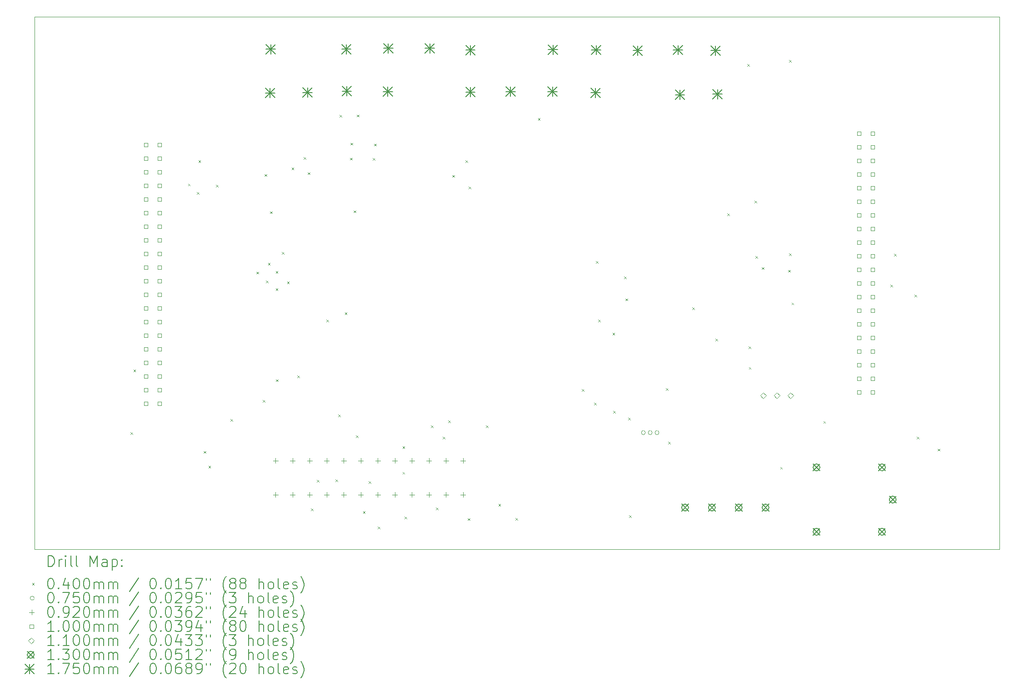
<source format=gbr>
%TF.GenerationSoftware,KiCad,Pcbnew,7.0.8*%
%TF.CreationDate,2025-04-10T16:12:11-04:00*%
%TF.ProjectId,2310interface,32333130-696e-4746-9572-666163652e6b,rev?*%
%TF.SameCoordinates,Original*%
%TF.FileFunction,Drillmap*%
%TF.FilePolarity,Positive*%
%FSLAX45Y45*%
G04 Gerber Fmt 4.5, Leading zero omitted, Abs format (unit mm)*
G04 Created by KiCad (PCBNEW 7.0.8) date 2025-04-10 16:12:11*
%MOMM*%
%LPD*%
G01*
G04 APERTURE LIST*
%ADD10C,0.100000*%
%ADD11C,0.200000*%
%ADD12C,0.040000*%
%ADD13C,0.075000*%
%ADD14C,0.092000*%
%ADD15C,0.110000*%
%ADD16C,0.130000*%
%ADD17C,0.175000*%
G04 APERTURE END LIST*
D10*
X2510000Y-2511000D02*
X20486000Y-2511000D01*
X20486000Y-12446000D01*
X2510000Y-12446000D01*
X2510000Y-2511000D01*
D11*
D12*
X4299000Y-10262000D02*
X4339000Y-10302000D01*
X4339000Y-10262000D02*
X4299000Y-10302000D01*
X4353000Y-9094000D02*
X4393000Y-9134000D01*
X4393000Y-9094000D02*
X4353000Y-9134000D01*
X5368000Y-5625000D02*
X5408000Y-5665000D01*
X5408000Y-5625000D02*
X5368000Y-5665000D01*
X5536000Y-5779000D02*
X5576000Y-5819000D01*
X5576000Y-5779000D02*
X5536000Y-5819000D01*
X5563000Y-5191000D02*
X5603000Y-5231000D01*
X5603000Y-5191000D02*
X5563000Y-5231000D01*
X5664000Y-10612000D02*
X5704000Y-10652000D01*
X5704000Y-10612000D02*
X5664000Y-10652000D01*
X5751000Y-10885000D02*
X5791000Y-10925000D01*
X5791000Y-10885000D02*
X5751000Y-10925000D01*
X5892000Y-5647000D02*
X5932000Y-5687000D01*
X5932000Y-5647000D02*
X5892000Y-5687000D01*
X6160000Y-10012000D02*
X6200000Y-10052000D01*
X6200000Y-10012000D02*
X6160000Y-10052000D01*
X6643000Y-7268000D02*
X6683000Y-7308000D01*
X6683000Y-7268000D02*
X6643000Y-7308000D01*
X6761000Y-9657000D02*
X6801000Y-9697000D01*
X6801000Y-9657000D02*
X6761000Y-9697000D01*
X6797000Y-5447000D02*
X6837000Y-5487000D01*
X6837000Y-5447000D02*
X6797000Y-5487000D01*
X6820000Y-7431000D02*
X6860000Y-7471000D01*
X6860000Y-7431000D02*
X6820000Y-7471000D01*
X6859000Y-7105000D02*
X6899000Y-7145000D01*
X6899000Y-7105000D02*
X6859000Y-7145000D01*
X6894500Y-6140500D02*
X6934500Y-6180500D01*
X6934500Y-6140500D02*
X6894500Y-6180500D01*
X7003000Y-7253000D02*
X7043000Y-7293000D01*
X7043000Y-7253000D02*
X7003000Y-7293000D01*
X7003000Y-7578000D02*
X7043000Y-7618000D01*
X7043000Y-7578000D02*
X7003000Y-7618000D01*
X7008000Y-9273000D02*
X7048000Y-9313000D01*
X7048000Y-9273000D02*
X7008000Y-9313000D01*
X7118000Y-6902000D02*
X7158000Y-6942000D01*
X7158000Y-6902000D02*
X7118000Y-6942000D01*
X7215000Y-7451000D02*
X7255000Y-7491000D01*
X7255000Y-7451000D02*
X7215000Y-7491000D01*
X7300000Y-5327000D02*
X7340000Y-5367000D01*
X7340000Y-5327000D02*
X7300000Y-5367000D01*
X7403000Y-9204000D02*
X7443000Y-9244000D01*
X7443000Y-9204000D02*
X7403000Y-9244000D01*
X7525000Y-5132000D02*
X7565000Y-5172000D01*
X7565000Y-5132000D02*
X7525000Y-5172000D01*
X7598000Y-5413000D02*
X7638000Y-5453000D01*
X7638000Y-5413000D02*
X7598000Y-5453000D01*
X7662000Y-11681000D02*
X7702000Y-11721000D01*
X7702000Y-11681000D02*
X7662000Y-11721000D01*
X7771000Y-11152000D02*
X7811000Y-11192000D01*
X7811000Y-11152000D02*
X7771000Y-11192000D01*
X7947000Y-8161000D02*
X7987000Y-8201000D01*
X7987000Y-8161000D02*
X7947000Y-8201000D01*
X8115000Y-11140000D02*
X8155000Y-11180000D01*
X8155000Y-11140000D02*
X8115000Y-11180000D01*
X8169000Y-9930000D02*
X8209000Y-9970000D01*
X8209000Y-9930000D02*
X8169000Y-9970000D01*
X8195000Y-4344000D02*
X8235000Y-4384000D01*
X8235000Y-4344000D02*
X8195000Y-4384000D01*
X8291000Y-8024000D02*
X8331000Y-8064000D01*
X8331000Y-8024000D02*
X8291000Y-8064000D01*
X8390000Y-5143000D02*
X8430000Y-5183000D01*
X8430000Y-5143000D02*
X8390000Y-5183000D01*
X8395000Y-4863000D02*
X8435000Y-4903000D01*
X8435000Y-4863000D02*
X8395000Y-4903000D01*
X8456000Y-6124000D02*
X8496000Y-6164000D01*
X8496000Y-6124000D02*
X8456000Y-6164000D01*
X8497000Y-10318000D02*
X8537000Y-10358000D01*
X8537000Y-10318000D02*
X8497000Y-10358000D01*
X8513000Y-4339000D02*
X8553000Y-4379000D01*
X8553000Y-4339000D02*
X8513000Y-4379000D01*
X8628000Y-11736000D02*
X8668000Y-11776000D01*
X8668000Y-11736000D02*
X8628000Y-11776000D01*
X8732000Y-11173000D02*
X8772000Y-11213000D01*
X8772000Y-11173000D02*
X8732000Y-11213000D01*
X8808000Y-5148000D02*
X8848000Y-5188000D01*
X8848000Y-5148000D02*
X8808000Y-5188000D01*
X8837000Y-4879000D02*
X8877000Y-4919000D01*
X8877000Y-4879000D02*
X8837000Y-4919000D01*
X8901000Y-12020000D02*
X8941000Y-12060000D01*
X8941000Y-12020000D02*
X8901000Y-12060000D01*
X9365000Y-10524000D02*
X9405000Y-10564000D01*
X9405000Y-10524000D02*
X9365000Y-10564000D01*
X9365000Y-11002000D02*
X9405000Y-11042000D01*
X9405000Y-11002000D02*
X9365000Y-11042000D01*
X9403000Y-11834000D02*
X9443000Y-11874000D01*
X9443000Y-11834000D02*
X9403000Y-11874000D01*
X9897000Y-10133000D02*
X9937000Y-10173000D01*
X9937000Y-10133000D02*
X9897000Y-10173000D01*
X9988000Y-11663000D02*
X10028000Y-11703000D01*
X10028000Y-11663000D02*
X9988000Y-11703000D01*
X10113000Y-10345000D02*
X10153000Y-10385000D01*
X10153000Y-10345000D02*
X10113000Y-10385000D01*
X10215000Y-10039000D02*
X10255000Y-10079000D01*
X10255000Y-10039000D02*
X10215000Y-10079000D01*
X10291000Y-5464000D02*
X10331000Y-5504000D01*
X10331000Y-5464000D02*
X10291000Y-5504000D01*
X10537000Y-5189000D02*
X10577000Y-5229000D01*
X10577000Y-5189000D02*
X10537000Y-5229000D01*
X10583000Y-11864000D02*
X10623000Y-11904000D01*
X10623000Y-11864000D02*
X10583000Y-11904000D01*
X10600000Y-5682000D02*
X10640000Y-5722000D01*
X10640000Y-5682000D02*
X10600000Y-5722000D01*
X10916000Y-10136000D02*
X10956000Y-10176000D01*
X10956000Y-10136000D02*
X10916000Y-10176000D01*
X11152000Y-11598000D02*
X11192000Y-11638000D01*
X11192000Y-11598000D02*
X11152000Y-11638000D01*
X11467000Y-11863000D02*
X11507000Y-11903000D01*
X11507000Y-11863000D02*
X11467000Y-11903000D01*
X11888000Y-4399000D02*
X11928000Y-4439000D01*
X11928000Y-4399000D02*
X11888000Y-4439000D01*
X12705400Y-9454200D02*
X12745400Y-9494200D01*
X12745400Y-9454200D02*
X12705400Y-9494200D01*
X12934000Y-9708200D02*
X12974000Y-9748200D01*
X12974000Y-9708200D02*
X12934000Y-9748200D01*
X12966000Y-7069000D02*
X13006000Y-7109000D01*
X13006000Y-7069000D02*
X12966000Y-7109000D01*
X13010200Y-8158800D02*
X13050200Y-8198800D01*
X13050200Y-8158800D02*
X13010200Y-8198800D01*
X13276000Y-8409000D02*
X13316000Y-8449000D01*
X13316000Y-8409000D02*
X13276000Y-8449000D01*
X13289600Y-9860600D02*
X13329600Y-9900600D01*
X13329600Y-9860600D02*
X13289600Y-9900600D01*
X13490000Y-7358000D02*
X13530000Y-7398000D01*
X13530000Y-7358000D02*
X13490000Y-7398000D01*
X13517000Y-7768000D02*
X13557000Y-7808000D01*
X13557000Y-7768000D02*
X13517000Y-7808000D01*
X13569000Y-9987600D02*
X13609000Y-10027600D01*
X13609000Y-9987600D02*
X13569000Y-10027600D01*
X13583000Y-11812000D02*
X13623000Y-11852000D01*
X13623000Y-11812000D02*
X13583000Y-11852000D01*
X14269000Y-9442000D02*
X14309000Y-9482000D01*
X14309000Y-9442000D02*
X14269000Y-9482000D01*
X14314000Y-10441000D02*
X14354000Y-10481000D01*
X14354000Y-10441000D02*
X14314000Y-10481000D01*
X14762800Y-7930200D02*
X14802800Y-7970200D01*
X14802800Y-7930200D02*
X14762800Y-7970200D01*
X15193000Y-8516000D02*
X15233000Y-8556000D01*
X15233000Y-8516000D02*
X15193000Y-8556000D01*
X15412000Y-6178000D02*
X15452000Y-6218000D01*
X15452000Y-6178000D02*
X15412000Y-6218000D01*
X15788000Y-3393000D02*
X15828000Y-3433000D01*
X15828000Y-3393000D02*
X15788000Y-3433000D01*
X15810000Y-8660000D02*
X15850000Y-8700000D01*
X15850000Y-8660000D02*
X15810000Y-8700000D01*
X15817000Y-9046000D02*
X15857000Y-9086000D01*
X15857000Y-9046000D02*
X15817000Y-9086000D01*
X15920000Y-5940000D02*
X15960000Y-5980000D01*
X15960000Y-5940000D02*
X15920000Y-5980000D01*
X15942000Y-6977000D02*
X15982000Y-7017000D01*
X15982000Y-6977000D02*
X15942000Y-7017000D01*
X16060000Y-7183000D02*
X16100000Y-7223000D01*
X16100000Y-7183000D02*
X16060000Y-7223000D01*
X16401000Y-10909000D02*
X16441000Y-10949000D01*
X16441000Y-10909000D02*
X16401000Y-10949000D01*
X16550000Y-7234000D02*
X16590000Y-7274000D01*
X16590000Y-7234000D02*
X16550000Y-7274000D01*
X16566000Y-3320000D02*
X16606000Y-3360000D01*
X16606000Y-3320000D02*
X16566000Y-3360000D01*
X16566000Y-6923000D02*
X16606000Y-6963000D01*
X16606000Y-6923000D02*
X16566000Y-6963000D01*
X16612000Y-7842000D02*
X16652000Y-7882000D01*
X16652000Y-7842000D02*
X16612000Y-7882000D01*
X17206000Y-10054000D02*
X17246000Y-10094000D01*
X17246000Y-10054000D02*
X17206000Y-10094000D01*
X18453000Y-7506000D02*
X18493000Y-7546000D01*
X18493000Y-7506000D02*
X18453000Y-7546000D01*
X18522000Y-6934000D02*
X18562000Y-6974000D01*
X18562000Y-6934000D02*
X18522000Y-6974000D01*
X18904000Y-7698000D02*
X18944000Y-7738000D01*
X18944000Y-7698000D02*
X18904000Y-7738000D01*
X18944000Y-10344000D02*
X18984000Y-10384000D01*
X18984000Y-10344000D02*
X18944000Y-10384000D01*
X19335000Y-10569000D02*
X19375000Y-10609000D01*
X19375000Y-10569000D02*
X19335000Y-10609000D01*
D13*
X13888500Y-10268000D02*
G75*
G03*
X13888500Y-10268000I-37500J0D01*
G01*
X14015500Y-10268000D02*
G75*
G03*
X14015500Y-10268000I-37500J0D01*
G01*
X14142500Y-10268000D02*
G75*
G03*
X14142500Y-10268000I-37500J0D01*
G01*
D14*
X7000500Y-10746000D02*
X7000500Y-10838000D01*
X6954500Y-10792000D02*
X7046500Y-10792000D01*
X7000500Y-11381000D02*
X7000500Y-11473000D01*
X6954500Y-11427000D02*
X7046500Y-11427000D01*
X7318000Y-10746000D02*
X7318000Y-10838000D01*
X7272000Y-10792000D02*
X7364000Y-10792000D01*
X7318000Y-11381000D02*
X7318000Y-11473000D01*
X7272000Y-11427000D02*
X7364000Y-11427000D01*
X7635500Y-10746000D02*
X7635500Y-10838000D01*
X7589500Y-10792000D02*
X7681500Y-10792000D01*
X7635500Y-11381000D02*
X7635500Y-11473000D01*
X7589500Y-11427000D02*
X7681500Y-11427000D01*
X7953000Y-10746000D02*
X7953000Y-10838000D01*
X7907000Y-10792000D02*
X7999000Y-10792000D01*
X7953000Y-11381000D02*
X7953000Y-11473000D01*
X7907000Y-11427000D02*
X7999000Y-11427000D01*
X8270500Y-10746000D02*
X8270500Y-10838000D01*
X8224500Y-10792000D02*
X8316500Y-10792000D01*
X8270500Y-11381000D02*
X8270500Y-11473000D01*
X8224500Y-11427000D02*
X8316500Y-11427000D01*
X8588000Y-10746000D02*
X8588000Y-10838000D01*
X8542000Y-10792000D02*
X8634000Y-10792000D01*
X8588000Y-11381000D02*
X8588000Y-11473000D01*
X8542000Y-11427000D02*
X8634000Y-11427000D01*
X8905500Y-10746000D02*
X8905500Y-10838000D01*
X8859500Y-10792000D02*
X8951500Y-10792000D01*
X8905500Y-11381000D02*
X8905500Y-11473000D01*
X8859500Y-11427000D02*
X8951500Y-11427000D01*
X9223000Y-10746000D02*
X9223000Y-10838000D01*
X9177000Y-10792000D02*
X9269000Y-10792000D01*
X9223000Y-11381000D02*
X9223000Y-11473000D01*
X9177000Y-11427000D02*
X9269000Y-11427000D01*
X9540500Y-10746000D02*
X9540500Y-10838000D01*
X9494500Y-10792000D02*
X9586500Y-10792000D01*
X9540500Y-11381000D02*
X9540500Y-11473000D01*
X9494500Y-11427000D02*
X9586500Y-11427000D01*
X9858000Y-10746000D02*
X9858000Y-10838000D01*
X9812000Y-10792000D02*
X9904000Y-10792000D01*
X9858000Y-11381000D02*
X9858000Y-11473000D01*
X9812000Y-11427000D02*
X9904000Y-11427000D01*
X10175500Y-10746000D02*
X10175500Y-10838000D01*
X10129500Y-10792000D02*
X10221500Y-10792000D01*
X10175500Y-11381000D02*
X10175500Y-11473000D01*
X10129500Y-11427000D02*
X10221500Y-11427000D01*
X10493000Y-10746000D02*
X10493000Y-10838000D01*
X10447000Y-10792000D02*
X10539000Y-10792000D01*
X10493000Y-11381000D02*
X10493000Y-11473000D01*
X10447000Y-11427000D02*
X10539000Y-11427000D01*
D10*
X4620356Y-4933356D02*
X4620356Y-4862644D01*
X4549644Y-4862644D01*
X4549644Y-4933356D01*
X4620356Y-4933356D01*
X4620356Y-5187356D02*
X4620356Y-5116644D01*
X4549644Y-5116644D01*
X4549644Y-5187356D01*
X4620356Y-5187356D01*
X4620356Y-5441356D02*
X4620356Y-5370644D01*
X4549644Y-5370644D01*
X4549644Y-5441356D01*
X4620356Y-5441356D01*
X4620356Y-5695356D02*
X4620356Y-5624644D01*
X4549644Y-5624644D01*
X4549644Y-5695356D01*
X4620356Y-5695356D01*
X4620356Y-5949356D02*
X4620356Y-5878644D01*
X4549644Y-5878644D01*
X4549644Y-5949356D01*
X4620356Y-5949356D01*
X4620356Y-6203356D02*
X4620356Y-6132644D01*
X4549644Y-6132644D01*
X4549644Y-6203356D01*
X4620356Y-6203356D01*
X4620356Y-6457356D02*
X4620356Y-6386644D01*
X4549644Y-6386644D01*
X4549644Y-6457356D01*
X4620356Y-6457356D01*
X4620356Y-6711356D02*
X4620356Y-6640644D01*
X4549644Y-6640644D01*
X4549644Y-6711356D01*
X4620356Y-6711356D01*
X4620356Y-6965356D02*
X4620356Y-6894644D01*
X4549644Y-6894644D01*
X4549644Y-6965356D01*
X4620356Y-6965356D01*
X4620356Y-7219356D02*
X4620356Y-7148644D01*
X4549644Y-7148644D01*
X4549644Y-7219356D01*
X4620356Y-7219356D01*
X4620356Y-7473356D02*
X4620356Y-7402644D01*
X4549644Y-7402644D01*
X4549644Y-7473356D01*
X4620356Y-7473356D01*
X4620356Y-7727356D02*
X4620356Y-7656644D01*
X4549644Y-7656644D01*
X4549644Y-7727356D01*
X4620356Y-7727356D01*
X4620356Y-7981356D02*
X4620356Y-7910644D01*
X4549644Y-7910644D01*
X4549644Y-7981356D01*
X4620356Y-7981356D01*
X4620356Y-8235356D02*
X4620356Y-8164644D01*
X4549644Y-8164644D01*
X4549644Y-8235356D01*
X4620356Y-8235356D01*
X4620356Y-8489356D02*
X4620356Y-8418644D01*
X4549644Y-8418644D01*
X4549644Y-8489356D01*
X4620356Y-8489356D01*
X4620356Y-8743356D02*
X4620356Y-8672644D01*
X4549644Y-8672644D01*
X4549644Y-8743356D01*
X4620356Y-8743356D01*
X4620356Y-8997356D02*
X4620356Y-8926644D01*
X4549644Y-8926644D01*
X4549644Y-8997356D01*
X4620356Y-8997356D01*
X4620356Y-9251356D02*
X4620356Y-9180644D01*
X4549644Y-9180644D01*
X4549644Y-9251356D01*
X4620356Y-9251356D01*
X4620356Y-9505356D02*
X4620356Y-9434644D01*
X4549644Y-9434644D01*
X4549644Y-9505356D01*
X4620356Y-9505356D01*
X4620356Y-9759356D02*
X4620356Y-9688644D01*
X4549644Y-9688644D01*
X4549644Y-9759356D01*
X4620356Y-9759356D01*
X4874356Y-4933356D02*
X4874356Y-4862644D01*
X4803644Y-4862644D01*
X4803644Y-4933356D01*
X4874356Y-4933356D01*
X4874356Y-5187356D02*
X4874356Y-5116644D01*
X4803644Y-5116644D01*
X4803644Y-5187356D01*
X4874356Y-5187356D01*
X4874356Y-5441356D02*
X4874356Y-5370644D01*
X4803644Y-5370644D01*
X4803644Y-5441356D01*
X4874356Y-5441356D01*
X4874356Y-5695356D02*
X4874356Y-5624644D01*
X4803644Y-5624644D01*
X4803644Y-5695356D01*
X4874356Y-5695356D01*
X4874356Y-5949356D02*
X4874356Y-5878644D01*
X4803644Y-5878644D01*
X4803644Y-5949356D01*
X4874356Y-5949356D01*
X4874356Y-6203356D02*
X4874356Y-6132644D01*
X4803644Y-6132644D01*
X4803644Y-6203356D01*
X4874356Y-6203356D01*
X4874356Y-6457356D02*
X4874356Y-6386644D01*
X4803644Y-6386644D01*
X4803644Y-6457356D01*
X4874356Y-6457356D01*
X4874356Y-6711356D02*
X4874356Y-6640644D01*
X4803644Y-6640644D01*
X4803644Y-6711356D01*
X4874356Y-6711356D01*
X4874356Y-6965356D02*
X4874356Y-6894644D01*
X4803644Y-6894644D01*
X4803644Y-6965356D01*
X4874356Y-6965356D01*
X4874356Y-7219356D02*
X4874356Y-7148644D01*
X4803644Y-7148644D01*
X4803644Y-7219356D01*
X4874356Y-7219356D01*
X4874356Y-7473356D02*
X4874356Y-7402644D01*
X4803644Y-7402644D01*
X4803644Y-7473356D01*
X4874356Y-7473356D01*
X4874356Y-7727356D02*
X4874356Y-7656644D01*
X4803644Y-7656644D01*
X4803644Y-7727356D01*
X4874356Y-7727356D01*
X4874356Y-7981356D02*
X4874356Y-7910644D01*
X4803644Y-7910644D01*
X4803644Y-7981356D01*
X4874356Y-7981356D01*
X4874356Y-8235356D02*
X4874356Y-8164644D01*
X4803644Y-8164644D01*
X4803644Y-8235356D01*
X4874356Y-8235356D01*
X4874356Y-8489356D02*
X4874356Y-8418644D01*
X4803644Y-8418644D01*
X4803644Y-8489356D01*
X4874356Y-8489356D01*
X4874356Y-8743356D02*
X4874356Y-8672644D01*
X4803644Y-8672644D01*
X4803644Y-8743356D01*
X4874356Y-8743356D01*
X4874356Y-8997356D02*
X4874356Y-8926644D01*
X4803644Y-8926644D01*
X4803644Y-8997356D01*
X4874356Y-8997356D01*
X4874356Y-9251356D02*
X4874356Y-9180644D01*
X4803644Y-9180644D01*
X4803644Y-9251356D01*
X4874356Y-9251356D01*
X4874356Y-9505356D02*
X4874356Y-9434644D01*
X4803644Y-9434644D01*
X4803644Y-9505356D01*
X4874356Y-9505356D01*
X4874356Y-9759356D02*
X4874356Y-9688644D01*
X4803644Y-9688644D01*
X4803644Y-9759356D01*
X4874356Y-9759356D01*
X17906356Y-4721356D02*
X17906356Y-4650644D01*
X17835644Y-4650644D01*
X17835644Y-4721356D01*
X17906356Y-4721356D01*
X17906356Y-4975356D02*
X17906356Y-4904644D01*
X17835644Y-4904644D01*
X17835644Y-4975356D01*
X17906356Y-4975356D01*
X17906356Y-5229356D02*
X17906356Y-5158644D01*
X17835644Y-5158644D01*
X17835644Y-5229356D01*
X17906356Y-5229356D01*
X17906356Y-5483356D02*
X17906356Y-5412644D01*
X17835644Y-5412644D01*
X17835644Y-5483356D01*
X17906356Y-5483356D01*
X17906356Y-5737356D02*
X17906356Y-5666644D01*
X17835644Y-5666644D01*
X17835644Y-5737356D01*
X17906356Y-5737356D01*
X17906356Y-5991356D02*
X17906356Y-5920644D01*
X17835644Y-5920644D01*
X17835644Y-5991356D01*
X17906356Y-5991356D01*
X17906356Y-6245356D02*
X17906356Y-6174644D01*
X17835644Y-6174644D01*
X17835644Y-6245356D01*
X17906356Y-6245356D01*
X17906356Y-6499356D02*
X17906356Y-6428644D01*
X17835644Y-6428644D01*
X17835644Y-6499356D01*
X17906356Y-6499356D01*
X17906356Y-6753356D02*
X17906356Y-6682644D01*
X17835644Y-6682644D01*
X17835644Y-6753356D01*
X17906356Y-6753356D01*
X17906356Y-7007356D02*
X17906356Y-6936644D01*
X17835644Y-6936644D01*
X17835644Y-7007356D01*
X17906356Y-7007356D01*
X17906356Y-7261356D02*
X17906356Y-7190644D01*
X17835644Y-7190644D01*
X17835644Y-7261356D01*
X17906356Y-7261356D01*
X17906356Y-7515356D02*
X17906356Y-7444644D01*
X17835644Y-7444644D01*
X17835644Y-7515356D01*
X17906356Y-7515356D01*
X17906356Y-7769356D02*
X17906356Y-7698644D01*
X17835644Y-7698644D01*
X17835644Y-7769356D01*
X17906356Y-7769356D01*
X17906356Y-8023356D02*
X17906356Y-7952644D01*
X17835644Y-7952644D01*
X17835644Y-8023356D01*
X17906356Y-8023356D01*
X17906356Y-8277356D02*
X17906356Y-8206644D01*
X17835644Y-8206644D01*
X17835644Y-8277356D01*
X17906356Y-8277356D01*
X17906356Y-8531356D02*
X17906356Y-8460644D01*
X17835644Y-8460644D01*
X17835644Y-8531356D01*
X17906356Y-8531356D01*
X17906356Y-8785356D02*
X17906356Y-8714644D01*
X17835644Y-8714644D01*
X17835644Y-8785356D01*
X17906356Y-8785356D01*
X17906356Y-9039356D02*
X17906356Y-8968644D01*
X17835644Y-8968644D01*
X17835644Y-9039356D01*
X17906356Y-9039356D01*
X17906356Y-9293356D02*
X17906356Y-9222644D01*
X17835644Y-9222644D01*
X17835644Y-9293356D01*
X17906356Y-9293356D01*
X17906356Y-9547356D02*
X17906356Y-9476644D01*
X17835644Y-9476644D01*
X17835644Y-9547356D01*
X17906356Y-9547356D01*
X18160356Y-4721356D02*
X18160356Y-4650644D01*
X18089644Y-4650644D01*
X18089644Y-4721356D01*
X18160356Y-4721356D01*
X18160356Y-4975356D02*
X18160356Y-4904644D01*
X18089644Y-4904644D01*
X18089644Y-4975356D01*
X18160356Y-4975356D01*
X18160356Y-5229356D02*
X18160356Y-5158644D01*
X18089644Y-5158644D01*
X18089644Y-5229356D01*
X18160356Y-5229356D01*
X18160356Y-5483356D02*
X18160356Y-5412644D01*
X18089644Y-5412644D01*
X18089644Y-5483356D01*
X18160356Y-5483356D01*
X18160356Y-5737356D02*
X18160356Y-5666644D01*
X18089644Y-5666644D01*
X18089644Y-5737356D01*
X18160356Y-5737356D01*
X18160356Y-5991356D02*
X18160356Y-5920644D01*
X18089644Y-5920644D01*
X18089644Y-5991356D01*
X18160356Y-5991356D01*
X18160356Y-6245356D02*
X18160356Y-6174644D01*
X18089644Y-6174644D01*
X18089644Y-6245356D01*
X18160356Y-6245356D01*
X18160356Y-6499356D02*
X18160356Y-6428644D01*
X18089644Y-6428644D01*
X18089644Y-6499356D01*
X18160356Y-6499356D01*
X18160356Y-6753356D02*
X18160356Y-6682644D01*
X18089644Y-6682644D01*
X18089644Y-6753356D01*
X18160356Y-6753356D01*
X18160356Y-7007356D02*
X18160356Y-6936644D01*
X18089644Y-6936644D01*
X18089644Y-7007356D01*
X18160356Y-7007356D01*
X18160356Y-7261356D02*
X18160356Y-7190644D01*
X18089644Y-7190644D01*
X18089644Y-7261356D01*
X18160356Y-7261356D01*
X18160356Y-7515356D02*
X18160356Y-7444644D01*
X18089644Y-7444644D01*
X18089644Y-7515356D01*
X18160356Y-7515356D01*
X18160356Y-7769356D02*
X18160356Y-7698644D01*
X18089644Y-7698644D01*
X18089644Y-7769356D01*
X18160356Y-7769356D01*
X18160356Y-8023356D02*
X18160356Y-7952644D01*
X18089644Y-7952644D01*
X18089644Y-8023356D01*
X18160356Y-8023356D01*
X18160356Y-8277356D02*
X18160356Y-8206644D01*
X18089644Y-8206644D01*
X18089644Y-8277356D01*
X18160356Y-8277356D01*
X18160356Y-8531356D02*
X18160356Y-8460644D01*
X18089644Y-8460644D01*
X18089644Y-8531356D01*
X18160356Y-8531356D01*
X18160356Y-8785356D02*
X18160356Y-8714644D01*
X18089644Y-8714644D01*
X18089644Y-8785356D01*
X18160356Y-8785356D01*
X18160356Y-9039356D02*
X18160356Y-8968644D01*
X18089644Y-8968644D01*
X18089644Y-9039356D01*
X18160356Y-9039356D01*
X18160356Y-9293356D02*
X18160356Y-9222644D01*
X18089644Y-9222644D01*
X18089644Y-9293356D01*
X18160356Y-9293356D01*
X18160356Y-9547356D02*
X18160356Y-9476644D01*
X18089644Y-9476644D01*
X18089644Y-9547356D01*
X18160356Y-9547356D01*
D15*
X16086000Y-9630000D02*
X16141000Y-9575000D01*
X16086000Y-9520000D01*
X16031000Y-9575000D01*
X16086000Y-9630000D01*
X16340000Y-9630000D02*
X16395000Y-9575000D01*
X16340000Y-9520000D01*
X16285000Y-9575000D01*
X16340000Y-9630000D01*
X16594000Y-9630000D02*
X16649000Y-9575000D01*
X16594000Y-9520000D01*
X16539000Y-9575000D01*
X16594000Y-9630000D01*
D16*
X14563000Y-11600000D02*
X14693000Y-11730000D01*
X14693000Y-11600000D02*
X14563000Y-11730000D01*
X14693000Y-11665000D02*
G75*
G03*
X14693000Y-11665000I-65000J0D01*
G01*
X15063000Y-11600000D02*
X15193000Y-11730000D01*
X15193000Y-11600000D02*
X15063000Y-11730000D01*
X15193000Y-11665000D02*
G75*
G03*
X15193000Y-11665000I-65000J0D01*
G01*
X15563000Y-11600000D02*
X15693000Y-11730000D01*
X15693000Y-11600000D02*
X15563000Y-11730000D01*
X15693000Y-11665000D02*
G75*
G03*
X15693000Y-11665000I-65000J0D01*
G01*
X16063000Y-11600000D02*
X16193000Y-11730000D01*
X16193000Y-11600000D02*
X16063000Y-11730000D01*
X16193000Y-11665000D02*
G75*
G03*
X16193000Y-11665000I-65000J0D01*
G01*
X17012000Y-10851000D02*
X17142000Y-10981000D01*
X17142000Y-10851000D02*
X17012000Y-10981000D01*
X17142000Y-10916000D02*
G75*
G03*
X17142000Y-10916000I-65000J0D01*
G01*
X17012000Y-12051000D02*
X17142000Y-12181000D01*
X17142000Y-12051000D02*
X17012000Y-12181000D01*
X17142000Y-12116000D02*
G75*
G03*
X17142000Y-12116000I-65000J0D01*
G01*
X18232000Y-10851000D02*
X18362000Y-10981000D01*
X18362000Y-10851000D02*
X18232000Y-10981000D01*
X18362000Y-10916000D02*
G75*
G03*
X18362000Y-10916000I-65000J0D01*
G01*
X18232000Y-12051000D02*
X18362000Y-12181000D01*
X18362000Y-12051000D02*
X18232000Y-12181000D01*
X18362000Y-12116000D02*
G75*
G03*
X18362000Y-12116000I-65000J0D01*
G01*
X18432000Y-11451000D02*
X18562000Y-11581000D01*
X18562000Y-11451000D02*
X18432000Y-11581000D01*
X18562000Y-11516000D02*
G75*
G03*
X18562000Y-11516000I-65000J0D01*
G01*
D17*
X6812500Y-3844500D02*
X6987500Y-4019500D01*
X6987500Y-3844500D02*
X6812500Y-4019500D01*
X6900000Y-3844500D02*
X6900000Y-4019500D01*
X6812500Y-3932000D02*
X6987500Y-3932000D01*
X6821500Y-3027500D02*
X6996500Y-3202500D01*
X6996500Y-3027500D02*
X6821500Y-3202500D01*
X6909000Y-3027500D02*
X6909000Y-3202500D01*
X6821500Y-3115000D02*
X6996500Y-3115000D01*
X7508500Y-3835500D02*
X7683500Y-4010500D01*
X7683500Y-3835500D02*
X7508500Y-4010500D01*
X7596000Y-3835500D02*
X7596000Y-4010500D01*
X7508500Y-3923000D02*
X7683500Y-3923000D01*
X8230500Y-3027500D02*
X8405500Y-3202500D01*
X8405500Y-3027500D02*
X8230500Y-3202500D01*
X8318000Y-3027500D02*
X8318000Y-3202500D01*
X8230500Y-3115000D02*
X8405500Y-3115000D01*
X8239500Y-3809500D02*
X8414500Y-3984500D01*
X8414500Y-3809500D02*
X8239500Y-3984500D01*
X8327000Y-3809500D02*
X8327000Y-3984500D01*
X8239500Y-3897000D02*
X8414500Y-3897000D01*
X9004500Y-3818500D02*
X9179500Y-3993500D01*
X9179500Y-3818500D02*
X9004500Y-3993500D01*
X9092000Y-3818500D02*
X9092000Y-3993500D01*
X9004500Y-3906000D02*
X9179500Y-3906000D01*
X9012500Y-3010500D02*
X9187500Y-3185500D01*
X9187500Y-3010500D02*
X9012500Y-3185500D01*
X9100000Y-3010500D02*
X9100000Y-3185500D01*
X9012500Y-3098000D02*
X9187500Y-3098000D01*
X9786500Y-3010500D02*
X9961500Y-3185500D01*
X9961500Y-3010500D02*
X9786500Y-3185500D01*
X9874000Y-3010500D02*
X9874000Y-3185500D01*
X9786500Y-3098000D02*
X9961500Y-3098000D01*
X10542500Y-3044500D02*
X10717500Y-3219500D01*
X10717500Y-3044500D02*
X10542500Y-3219500D01*
X10630000Y-3044500D02*
X10630000Y-3219500D01*
X10542500Y-3132000D02*
X10717500Y-3132000D01*
X10542500Y-3826500D02*
X10717500Y-4001500D01*
X10717500Y-3826500D02*
X10542500Y-4001500D01*
X10630000Y-3826500D02*
X10630000Y-4001500D01*
X10542500Y-3914000D02*
X10717500Y-3914000D01*
X11290500Y-3818500D02*
X11465500Y-3993500D01*
X11465500Y-3818500D02*
X11290500Y-3993500D01*
X11378000Y-3818500D02*
X11378000Y-3993500D01*
X11290500Y-3906000D02*
X11465500Y-3906000D01*
X12072500Y-3818500D02*
X12247500Y-3993500D01*
X12247500Y-3818500D02*
X12072500Y-3993500D01*
X12160000Y-3818500D02*
X12160000Y-3993500D01*
X12072500Y-3906000D02*
X12247500Y-3906000D01*
X12081500Y-3036500D02*
X12256500Y-3211500D01*
X12256500Y-3036500D02*
X12081500Y-3211500D01*
X12169000Y-3036500D02*
X12169000Y-3211500D01*
X12081500Y-3124000D02*
X12256500Y-3124000D01*
X12872500Y-3841500D02*
X13047500Y-4016500D01*
X13047500Y-3841500D02*
X12872500Y-4016500D01*
X12960000Y-3841500D02*
X12960000Y-4016500D01*
X12872500Y-3929000D02*
X13047500Y-3929000D01*
X12884500Y-3042500D02*
X13059500Y-3217500D01*
X13059500Y-3042500D02*
X12884500Y-3217500D01*
X12972000Y-3042500D02*
X12972000Y-3217500D01*
X12884500Y-3130000D02*
X13059500Y-3130000D01*
X13658500Y-3054500D02*
X13833500Y-3229500D01*
X13833500Y-3054500D02*
X13658500Y-3229500D01*
X13746000Y-3054500D02*
X13746000Y-3229500D01*
X13658500Y-3142000D02*
X13833500Y-3142000D01*
X14407500Y-3042500D02*
X14582500Y-3217500D01*
X14582500Y-3042500D02*
X14407500Y-3217500D01*
X14495000Y-3042500D02*
X14495000Y-3217500D01*
X14407500Y-3130000D02*
X14582500Y-3130000D01*
X14444500Y-3877500D02*
X14619500Y-4052500D01*
X14619500Y-3877500D02*
X14444500Y-4052500D01*
X14532000Y-3877500D02*
X14532000Y-4052500D01*
X14444500Y-3965000D02*
X14619500Y-3965000D01*
X15107500Y-3054500D02*
X15282500Y-3229500D01*
X15282500Y-3054500D02*
X15107500Y-3229500D01*
X15195000Y-3054500D02*
X15195000Y-3229500D01*
X15107500Y-3142000D02*
X15282500Y-3142000D01*
X15144500Y-3865500D02*
X15319500Y-4040500D01*
X15319500Y-3865500D02*
X15144500Y-4040500D01*
X15232000Y-3865500D02*
X15232000Y-4040500D01*
X15144500Y-3953000D02*
X15319500Y-3953000D01*
D11*
X2765777Y-12762484D02*
X2765777Y-12562484D01*
X2765777Y-12562484D02*
X2813396Y-12562484D01*
X2813396Y-12562484D02*
X2841967Y-12572008D01*
X2841967Y-12572008D02*
X2861015Y-12591055D01*
X2861015Y-12591055D02*
X2870539Y-12610103D01*
X2870539Y-12610103D02*
X2880062Y-12648198D01*
X2880062Y-12648198D02*
X2880062Y-12676769D01*
X2880062Y-12676769D02*
X2870539Y-12714865D01*
X2870539Y-12714865D02*
X2861015Y-12733912D01*
X2861015Y-12733912D02*
X2841967Y-12752960D01*
X2841967Y-12752960D02*
X2813396Y-12762484D01*
X2813396Y-12762484D02*
X2765777Y-12762484D01*
X2965777Y-12762484D02*
X2965777Y-12629150D01*
X2965777Y-12667246D02*
X2975301Y-12648198D01*
X2975301Y-12648198D02*
X2984824Y-12638674D01*
X2984824Y-12638674D02*
X3003872Y-12629150D01*
X3003872Y-12629150D02*
X3022920Y-12629150D01*
X3089586Y-12762484D02*
X3089586Y-12629150D01*
X3089586Y-12562484D02*
X3080062Y-12572008D01*
X3080062Y-12572008D02*
X3089586Y-12581531D01*
X3089586Y-12581531D02*
X3099110Y-12572008D01*
X3099110Y-12572008D02*
X3089586Y-12562484D01*
X3089586Y-12562484D02*
X3089586Y-12581531D01*
X3213396Y-12762484D02*
X3194348Y-12752960D01*
X3194348Y-12752960D02*
X3184824Y-12733912D01*
X3184824Y-12733912D02*
X3184824Y-12562484D01*
X3318158Y-12762484D02*
X3299110Y-12752960D01*
X3299110Y-12752960D02*
X3289586Y-12733912D01*
X3289586Y-12733912D02*
X3289586Y-12562484D01*
X3546729Y-12762484D02*
X3546729Y-12562484D01*
X3546729Y-12562484D02*
X3613396Y-12705341D01*
X3613396Y-12705341D02*
X3680062Y-12562484D01*
X3680062Y-12562484D02*
X3680062Y-12762484D01*
X3861015Y-12762484D02*
X3861015Y-12657722D01*
X3861015Y-12657722D02*
X3851491Y-12638674D01*
X3851491Y-12638674D02*
X3832443Y-12629150D01*
X3832443Y-12629150D02*
X3794348Y-12629150D01*
X3794348Y-12629150D02*
X3775301Y-12638674D01*
X3861015Y-12752960D02*
X3841967Y-12762484D01*
X3841967Y-12762484D02*
X3794348Y-12762484D01*
X3794348Y-12762484D02*
X3775301Y-12752960D01*
X3775301Y-12752960D02*
X3765777Y-12733912D01*
X3765777Y-12733912D02*
X3765777Y-12714865D01*
X3765777Y-12714865D02*
X3775301Y-12695817D01*
X3775301Y-12695817D02*
X3794348Y-12686293D01*
X3794348Y-12686293D02*
X3841967Y-12686293D01*
X3841967Y-12686293D02*
X3861015Y-12676769D01*
X3956253Y-12629150D02*
X3956253Y-12829150D01*
X3956253Y-12638674D02*
X3975301Y-12629150D01*
X3975301Y-12629150D02*
X4013396Y-12629150D01*
X4013396Y-12629150D02*
X4032443Y-12638674D01*
X4032443Y-12638674D02*
X4041967Y-12648198D01*
X4041967Y-12648198D02*
X4051491Y-12667246D01*
X4051491Y-12667246D02*
X4051491Y-12724388D01*
X4051491Y-12724388D02*
X4041967Y-12743436D01*
X4041967Y-12743436D02*
X4032443Y-12752960D01*
X4032443Y-12752960D02*
X4013396Y-12762484D01*
X4013396Y-12762484D02*
X3975301Y-12762484D01*
X3975301Y-12762484D02*
X3956253Y-12752960D01*
X4137205Y-12743436D02*
X4146729Y-12752960D01*
X4146729Y-12752960D02*
X4137205Y-12762484D01*
X4137205Y-12762484D02*
X4127682Y-12752960D01*
X4127682Y-12752960D02*
X4137205Y-12743436D01*
X4137205Y-12743436D02*
X4137205Y-12762484D01*
X4137205Y-12638674D02*
X4146729Y-12648198D01*
X4146729Y-12648198D02*
X4137205Y-12657722D01*
X4137205Y-12657722D02*
X4127682Y-12648198D01*
X4127682Y-12648198D02*
X4137205Y-12638674D01*
X4137205Y-12638674D02*
X4137205Y-12657722D01*
D12*
X2465000Y-13071000D02*
X2505000Y-13111000D01*
X2505000Y-13071000D02*
X2465000Y-13111000D01*
D11*
X2803872Y-12982484D02*
X2822920Y-12982484D01*
X2822920Y-12982484D02*
X2841967Y-12992008D01*
X2841967Y-12992008D02*
X2851491Y-13001531D01*
X2851491Y-13001531D02*
X2861015Y-13020579D01*
X2861015Y-13020579D02*
X2870539Y-13058674D01*
X2870539Y-13058674D02*
X2870539Y-13106293D01*
X2870539Y-13106293D02*
X2861015Y-13144388D01*
X2861015Y-13144388D02*
X2851491Y-13163436D01*
X2851491Y-13163436D02*
X2841967Y-13172960D01*
X2841967Y-13172960D02*
X2822920Y-13182484D01*
X2822920Y-13182484D02*
X2803872Y-13182484D01*
X2803872Y-13182484D02*
X2784824Y-13172960D01*
X2784824Y-13172960D02*
X2775301Y-13163436D01*
X2775301Y-13163436D02*
X2765777Y-13144388D01*
X2765777Y-13144388D02*
X2756253Y-13106293D01*
X2756253Y-13106293D02*
X2756253Y-13058674D01*
X2756253Y-13058674D02*
X2765777Y-13020579D01*
X2765777Y-13020579D02*
X2775301Y-13001531D01*
X2775301Y-13001531D02*
X2784824Y-12992008D01*
X2784824Y-12992008D02*
X2803872Y-12982484D01*
X2956253Y-13163436D02*
X2965777Y-13172960D01*
X2965777Y-13172960D02*
X2956253Y-13182484D01*
X2956253Y-13182484D02*
X2946729Y-13172960D01*
X2946729Y-13172960D02*
X2956253Y-13163436D01*
X2956253Y-13163436D02*
X2956253Y-13182484D01*
X3137205Y-13049150D02*
X3137205Y-13182484D01*
X3089586Y-12972960D02*
X3041967Y-13115817D01*
X3041967Y-13115817D02*
X3165777Y-13115817D01*
X3280062Y-12982484D02*
X3299110Y-12982484D01*
X3299110Y-12982484D02*
X3318158Y-12992008D01*
X3318158Y-12992008D02*
X3327682Y-13001531D01*
X3327682Y-13001531D02*
X3337205Y-13020579D01*
X3337205Y-13020579D02*
X3346729Y-13058674D01*
X3346729Y-13058674D02*
X3346729Y-13106293D01*
X3346729Y-13106293D02*
X3337205Y-13144388D01*
X3337205Y-13144388D02*
X3327682Y-13163436D01*
X3327682Y-13163436D02*
X3318158Y-13172960D01*
X3318158Y-13172960D02*
X3299110Y-13182484D01*
X3299110Y-13182484D02*
X3280062Y-13182484D01*
X3280062Y-13182484D02*
X3261015Y-13172960D01*
X3261015Y-13172960D02*
X3251491Y-13163436D01*
X3251491Y-13163436D02*
X3241967Y-13144388D01*
X3241967Y-13144388D02*
X3232443Y-13106293D01*
X3232443Y-13106293D02*
X3232443Y-13058674D01*
X3232443Y-13058674D02*
X3241967Y-13020579D01*
X3241967Y-13020579D02*
X3251491Y-13001531D01*
X3251491Y-13001531D02*
X3261015Y-12992008D01*
X3261015Y-12992008D02*
X3280062Y-12982484D01*
X3470539Y-12982484D02*
X3489586Y-12982484D01*
X3489586Y-12982484D02*
X3508634Y-12992008D01*
X3508634Y-12992008D02*
X3518158Y-13001531D01*
X3518158Y-13001531D02*
X3527682Y-13020579D01*
X3527682Y-13020579D02*
X3537205Y-13058674D01*
X3537205Y-13058674D02*
X3537205Y-13106293D01*
X3537205Y-13106293D02*
X3527682Y-13144388D01*
X3527682Y-13144388D02*
X3518158Y-13163436D01*
X3518158Y-13163436D02*
X3508634Y-13172960D01*
X3508634Y-13172960D02*
X3489586Y-13182484D01*
X3489586Y-13182484D02*
X3470539Y-13182484D01*
X3470539Y-13182484D02*
X3451491Y-13172960D01*
X3451491Y-13172960D02*
X3441967Y-13163436D01*
X3441967Y-13163436D02*
X3432443Y-13144388D01*
X3432443Y-13144388D02*
X3422920Y-13106293D01*
X3422920Y-13106293D02*
X3422920Y-13058674D01*
X3422920Y-13058674D02*
X3432443Y-13020579D01*
X3432443Y-13020579D02*
X3441967Y-13001531D01*
X3441967Y-13001531D02*
X3451491Y-12992008D01*
X3451491Y-12992008D02*
X3470539Y-12982484D01*
X3622920Y-13182484D02*
X3622920Y-13049150D01*
X3622920Y-13068198D02*
X3632443Y-13058674D01*
X3632443Y-13058674D02*
X3651491Y-13049150D01*
X3651491Y-13049150D02*
X3680063Y-13049150D01*
X3680063Y-13049150D02*
X3699110Y-13058674D01*
X3699110Y-13058674D02*
X3708634Y-13077722D01*
X3708634Y-13077722D02*
X3708634Y-13182484D01*
X3708634Y-13077722D02*
X3718158Y-13058674D01*
X3718158Y-13058674D02*
X3737205Y-13049150D01*
X3737205Y-13049150D02*
X3765777Y-13049150D01*
X3765777Y-13049150D02*
X3784824Y-13058674D01*
X3784824Y-13058674D02*
X3794348Y-13077722D01*
X3794348Y-13077722D02*
X3794348Y-13182484D01*
X3889586Y-13182484D02*
X3889586Y-13049150D01*
X3889586Y-13068198D02*
X3899110Y-13058674D01*
X3899110Y-13058674D02*
X3918158Y-13049150D01*
X3918158Y-13049150D02*
X3946729Y-13049150D01*
X3946729Y-13049150D02*
X3965777Y-13058674D01*
X3965777Y-13058674D02*
X3975301Y-13077722D01*
X3975301Y-13077722D02*
X3975301Y-13182484D01*
X3975301Y-13077722D02*
X3984824Y-13058674D01*
X3984824Y-13058674D02*
X4003872Y-13049150D01*
X4003872Y-13049150D02*
X4032443Y-13049150D01*
X4032443Y-13049150D02*
X4051491Y-13058674D01*
X4051491Y-13058674D02*
X4061015Y-13077722D01*
X4061015Y-13077722D02*
X4061015Y-13182484D01*
X4451491Y-12972960D02*
X4280063Y-13230103D01*
X4708634Y-12982484D02*
X4727682Y-12982484D01*
X4727682Y-12982484D02*
X4746729Y-12992008D01*
X4746729Y-12992008D02*
X4756253Y-13001531D01*
X4756253Y-13001531D02*
X4765777Y-13020579D01*
X4765777Y-13020579D02*
X4775301Y-13058674D01*
X4775301Y-13058674D02*
X4775301Y-13106293D01*
X4775301Y-13106293D02*
X4765777Y-13144388D01*
X4765777Y-13144388D02*
X4756253Y-13163436D01*
X4756253Y-13163436D02*
X4746729Y-13172960D01*
X4746729Y-13172960D02*
X4727682Y-13182484D01*
X4727682Y-13182484D02*
X4708634Y-13182484D01*
X4708634Y-13182484D02*
X4689587Y-13172960D01*
X4689587Y-13172960D02*
X4680063Y-13163436D01*
X4680063Y-13163436D02*
X4670539Y-13144388D01*
X4670539Y-13144388D02*
X4661015Y-13106293D01*
X4661015Y-13106293D02*
X4661015Y-13058674D01*
X4661015Y-13058674D02*
X4670539Y-13020579D01*
X4670539Y-13020579D02*
X4680063Y-13001531D01*
X4680063Y-13001531D02*
X4689587Y-12992008D01*
X4689587Y-12992008D02*
X4708634Y-12982484D01*
X4861015Y-13163436D02*
X4870539Y-13172960D01*
X4870539Y-13172960D02*
X4861015Y-13182484D01*
X4861015Y-13182484D02*
X4851491Y-13172960D01*
X4851491Y-13172960D02*
X4861015Y-13163436D01*
X4861015Y-13163436D02*
X4861015Y-13182484D01*
X4994348Y-12982484D02*
X5013396Y-12982484D01*
X5013396Y-12982484D02*
X5032444Y-12992008D01*
X5032444Y-12992008D02*
X5041968Y-13001531D01*
X5041968Y-13001531D02*
X5051491Y-13020579D01*
X5051491Y-13020579D02*
X5061015Y-13058674D01*
X5061015Y-13058674D02*
X5061015Y-13106293D01*
X5061015Y-13106293D02*
X5051491Y-13144388D01*
X5051491Y-13144388D02*
X5041968Y-13163436D01*
X5041968Y-13163436D02*
X5032444Y-13172960D01*
X5032444Y-13172960D02*
X5013396Y-13182484D01*
X5013396Y-13182484D02*
X4994348Y-13182484D01*
X4994348Y-13182484D02*
X4975301Y-13172960D01*
X4975301Y-13172960D02*
X4965777Y-13163436D01*
X4965777Y-13163436D02*
X4956253Y-13144388D01*
X4956253Y-13144388D02*
X4946729Y-13106293D01*
X4946729Y-13106293D02*
X4946729Y-13058674D01*
X4946729Y-13058674D02*
X4956253Y-13020579D01*
X4956253Y-13020579D02*
X4965777Y-13001531D01*
X4965777Y-13001531D02*
X4975301Y-12992008D01*
X4975301Y-12992008D02*
X4994348Y-12982484D01*
X5251491Y-13182484D02*
X5137206Y-13182484D01*
X5194348Y-13182484D02*
X5194348Y-12982484D01*
X5194348Y-12982484D02*
X5175301Y-13011055D01*
X5175301Y-13011055D02*
X5156253Y-13030103D01*
X5156253Y-13030103D02*
X5137206Y-13039627D01*
X5432444Y-12982484D02*
X5337206Y-12982484D01*
X5337206Y-12982484D02*
X5327682Y-13077722D01*
X5327682Y-13077722D02*
X5337206Y-13068198D01*
X5337206Y-13068198D02*
X5356253Y-13058674D01*
X5356253Y-13058674D02*
X5403872Y-13058674D01*
X5403872Y-13058674D02*
X5422920Y-13068198D01*
X5422920Y-13068198D02*
X5432444Y-13077722D01*
X5432444Y-13077722D02*
X5441968Y-13096769D01*
X5441968Y-13096769D02*
X5441968Y-13144388D01*
X5441968Y-13144388D02*
X5432444Y-13163436D01*
X5432444Y-13163436D02*
X5422920Y-13172960D01*
X5422920Y-13172960D02*
X5403872Y-13182484D01*
X5403872Y-13182484D02*
X5356253Y-13182484D01*
X5356253Y-13182484D02*
X5337206Y-13172960D01*
X5337206Y-13172960D02*
X5327682Y-13163436D01*
X5508634Y-12982484D02*
X5641967Y-12982484D01*
X5641967Y-12982484D02*
X5556253Y-13182484D01*
X5708634Y-12982484D02*
X5708634Y-13020579D01*
X5784825Y-12982484D02*
X5784825Y-13020579D01*
X6080063Y-13258674D02*
X6070539Y-13249150D01*
X6070539Y-13249150D02*
X6051491Y-13220579D01*
X6051491Y-13220579D02*
X6041968Y-13201531D01*
X6041968Y-13201531D02*
X6032444Y-13172960D01*
X6032444Y-13172960D02*
X6022920Y-13125341D01*
X6022920Y-13125341D02*
X6022920Y-13087246D01*
X6022920Y-13087246D02*
X6032444Y-13039627D01*
X6032444Y-13039627D02*
X6041968Y-13011055D01*
X6041968Y-13011055D02*
X6051491Y-12992008D01*
X6051491Y-12992008D02*
X6070539Y-12963436D01*
X6070539Y-12963436D02*
X6080063Y-12953912D01*
X6184825Y-13068198D02*
X6165777Y-13058674D01*
X6165777Y-13058674D02*
X6156253Y-13049150D01*
X6156253Y-13049150D02*
X6146729Y-13030103D01*
X6146729Y-13030103D02*
X6146729Y-13020579D01*
X6146729Y-13020579D02*
X6156253Y-13001531D01*
X6156253Y-13001531D02*
X6165777Y-12992008D01*
X6165777Y-12992008D02*
X6184825Y-12982484D01*
X6184825Y-12982484D02*
X6222920Y-12982484D01*
X6222920Y-12982484D02*
X6241968Y-12992008D01*
X6241968Y-12992008D02*
X6251491Y-13001531D01*
X6251491Y-13001531D02*
X6261015Y-13020579D01*
X6261015Y-13020579D02*
X6261015Y-13030103D01*
X6261015Y-13030103D02*
X6251491Y-13049150D01*
X6251491Y-13049150D02*
X6241968Y-13058674D01*
X6241968Y-13058674D02*
X6222920Y-13068198D01*
X6222920Y-13068198D02*
X6184825Y-13068198D01*
X6184825Y-13068198D02*
X6165777Y-13077722D01*
X6165777Y-13077722D02*
X6156253Y-13087246D01*
X6156253Y-13087246D02*
X6146729Y-13106293D01*
X6146729Y-13106293D02*
X6146729Y-13144388D01*
X6146729Y-13144388D02*
X6156253Y-13163436D01*
X6156253Y-13163436D02*
X6165777Y-13172960D01*
X6165777Y-13172960D02*
X6184825Y-13182484D01*
X6184825Y-13182484D02*
X6222920Y-13182484D01*
X6222920Y-13182484D02*
X6241968Y-13172960D01*
X6241968Y-13172960D02*
X6251491Y-13163436D01*
X6251491Y-13163436D02*
X6261015Y-13144388D01*
X6261015Y-13144388D02*
X6261015Y-13106293D01*
X6261015Y-13106293D02*
X6251491Y-13087246D01*
X6251491Y-13087246D02*
X6241968Y-13077722D01*
X6241968Y-13077722D02*
X6222920Y-13068198D01*
X6375301Y-13068198D02*
X6356253Y-13058674D01*
X6356253Y-13058674D02*
X6346729Y-13049150D01*
X6346729Y-13049150D02*
X6337206Y-13030103D01*
X6337206Y-13030103D02*
X6337206Y-13020579D01*
X6337206Y-13020579D02*
X6346729Y-13001531D01*
X6346729Y-13001531D02*
X6356253Y-12992008D01*
X6356253Y-12992008D02*
X6375301Y-12982484D01*
X6375301Y-12982484D02*
X6413396Y-12982484D01*
X6413396Y-12982484D02*
X6432444Y-12992008D01*
X6432444Y-12992008D02*
X6441968Y-13001531D01*
X6441968Y-13001531D02*
X6451491Y-13020579D01*
X6451491Y-13020579D02*
X6451491Y-13030103D01*
X6451491Y-13030103D02*
X6441968Y-13049150D01*
X6441968Y-13049150D02*
X6432444Y-13058674D01*
X6432444Y-13058674D02*
X6413396Y-13068198D01*
X6413396Y-13068198D02*
X6375301Y-13068198D01*
X6375301Y-13068198D02*
X6356253Y-13077722D01*
X6356253Y-13077722D02*
X6346729Y-13087246D01*
X6346729Y-13087246D02*
X6337206Y-13106293D01*
X6337206Y-13106293D02*
X6337206Y-13144388D01*
X6337206Y-13144388D02*
X6346729Y-13163436D01*
X6346729Y-13163436D02*
X6356253Y-13172960D01*
X6356253Y-13172960D02*
X6375301Y-13182484D01*
X6375301Y-13182484D02*
X6413396Y-13182484D01*
X6413396Y-13182484D02*
X6432444Y-13172960D01*
X6432444Y-13172960D02*
X6441968Y-13163436D01*
X6441968Y-13163436D02*
X6451491Y-13144388D01*
X6451491Y-13144388D02*
X6451491Y-13106293D01*
X6451491Y-13106293D02*
X6441968Y-13087246D01*
X6441968Y-13087246D02*
X6432444Y-13077722D01*
X6432444Y-13077722D02*
X6413396Y-13068198D01*
X6689587Y-13182484D02*
X6689587Y-12982484D01*
X6775301Y-13182484D02*
X6775301Y-13077722D01*
X6775301Y-13077722D02*
X6765777Y-13058674D01*
X6765777Y-13058674D02*
X6746730Y-13049150D01*
X6746730Y-13049150D02*
X6718158Y-13049150D01*
X6718158Y-13049150D02*
X6699110Y-13058674D01*
X6699110Y-13058674D02*
X6689587Y-13068198D01*
X6899110Y-13182484D02*
X6880063Y-13172960D01*
X6880063Y-13172960D02*
X6870539Y-13163436D01*
X6870539Y-13163436D02*
X6861015Y-13144388D01*
X6861015Y-13144388D02*
X6861015Y-13087246D01*
X6861015Y-13087246D02*
X6870539Y-13068198D01*
X6870539Y-13068198D02*
X6880063Y-13058674D01*
X6880063Y-13058674D02*
X6899110Y-13049150D01*
X6899110Y-13049150D02*
X6927682Y-13049150D01*
X6927682Y-13049150D02*
X6946730Y-13058674D01*
X6946730Y-13058674D02*
X6956253Y-13068198D01*
X6956253Y-13068198D02*
X6965777Y-13087246D01*
X6965777Y-13087246D02*
X6965777Y-13144388D01*
X6965777Y-13144388D02*
X6956253Y-13163436D01*
X6956253Y-13163436D02*
X6946730Y-13172960D01*
X6946730Y-13172960D02*
X6927682Y-13182484D01*
X6927682Y-13182484D02*
X6899110Y-13182484D01*
X7080063Y-13182484D02*
X7061015Y-13172960D01*
X7061015Y-13172960D02*
X7051491Y-13153912D01*
X7051491Y-13153912D02*
X7051491Y-12982484D01*
X7232444Y-13172960D02*
X7213396Y-13182484D01*
X7213396Y-13182484D02*
X7175301Y-13182484D01*
X7175301Y-13182484D02*
X7156253Y-13172960D01*
X7156253Y-13172960D02*
X7146730Y-13153912D01*
X7146730Y-13153912D02*
X7146730Y-13077722D01*
X7146730Y-13077722D02*
X7156253Y-13058674D01*
X7156253Y-13058674D02*
X7175301Y-13049150D01*
X7175301Y-13049150D02*
X7213396Y-13049150D01*
X7213396Y-13049150D02*
X7232444Y-13058674D01*
X7232444Y-13058674D02*
X7241968Y-13077722D01*
X7241968Y-13077722D02*
X7241968Y-13096769D01*
X7241968Y-13096769D02*
X7146730Y-13115817D01*
X7318158Y-13172960D02*
X7337206Y-13182484D01*
X7337206Y-13182484D02*
X7375301Y-13182484D01*
X7375301Y-13182484D02*
X7394349Y-13172960D01*
X7394349Y-13172960D02*
X7403872Y-13153912D01*
X7403872Y-13153912D02*
X7403872Y-13144388D01*
X7403872Y-13144388D02*
X7394349Y-13125341D01*
X7394349Y-13125341D02*
X7375301Y-13115817D01*
X7375301Y-13115817D02*
X7346730Y-13115817D01*
X7346730Y-13115817D02*
X7327682Y-13106293D01*
X7327682Y-13106293D02*
X7318158Y-13087246D01*
X7318158Y-13087246D02*
X7318158Y-13077722D01*
X7318158Y-13077722D02*
X7327682Y-13058674D01*
X7327682Y-13058674D02*
X7346730Y-13049150D01*
X7346730Y-13049150D02*
X7375301Y-13049150D01*
X7375301Y-13049150D02*
X7394349Y-13058674D01*
X7470539Y-13258674D02*
X7480063Y-13249150D01*
X7480063Y-13249150D02*
X7499111Y-13220579D01*
X7499111Y-13220579D02*
X7508634Y-13201531D01*
X7508634Y-13201531D02*
X7518158Y-13172960D01*
X7518158Y-13172960D02*
X7527682Y-13125341D01*
X7527682Y-13125341D02*
X7527682Y-13087246D01*
X7527682Y-13087246D02*
X7518158Y-13039627D01*
X7518158Y-13039627D02*
X7508634Y-13011055D01*
X7508634Y-13011055D02*
X7499111Y-12992008D01*
X7499111Y-12992008D02*
X7480063Y-12963436D01*
X7480063Y-12963436D02*
X7470539Y-12953912D01*
D13*
X2505000Y-13355000D02*
G75*
G03*
X2505000Y-13355000I-37500J0D01*
G01*
D11*
X2803872Y-13246484D02*
X2822920Y-13246484D01*
X2822920Y-13246484D02*
X2841967Y-13256008D01*
X2841967Y-13256008D02*
X2851491Y-13265531D01*
X2851491Y-13265531D02*
X2861015Y-13284579D01*
X2861015Y-13284579D02*
X2870539Y-13322674D01*
X2870539Y-13322674D02*
X2870539Y-13370293D01*
X2870539Y-13370293D02*
X2861015Y-13408388D01*
X2861015Y-13408388D02*
X2851491Y-13427436D01*
X2851491Y-13427436D02*
X2841967Y-13436960D01*
X2841967Y-13436960D02*
X2822920Y-13446484D01*
X2822920Y-13446484D02*
X2803872Y-13446484D01*
X2803872Y-13446484D02*
X2784824Y-13436960D01*
X2784824Y-13436960D02*
X2775301Y-13427436D01*
X2775301Y-13427436D02*
X2765777Y-13408388D01*
X2765777Y-13408388D02*
X2756253Y-13370293D01*
X2756253Y-13370293D02*
X2756253Y-13322674D01*
X2756253Y-13322674D02*
X2765777Y-13284579D01*
X2765777Y-13284579D02*
X2775301Y-13265531D01*
X2775301Y-13265531D02*
X2784824Y-13256008D01*
X2784824Y-13256008D02*
X2803872Y-13246484D01*
X2956253Y-13427436D02*
X2965777Y-13436960D01*
X2965777Y-13436960D02*
X2956253Y-13446484D01*
X2956253Y-13446484D02*
X2946729Y-13436960D01*
X2946729Y-13436960D02*
X2956253Y-13427436D01*
X2956253Y-13427436D02*
X2956253Y-13446484D01*
X3032443Y-13246484D02*
X3165777Y-13246484D01*
X3165777Y-13246484D02*
X3080062Y-13446484D01*
X3337205Y-13246484D02*
X3241967Y-13246484D01*
X3241967Y-13246484D02*
X3232443Y-13341722D01*
X3232443Y-13341722D02*
X3241967Y-13332198D01*
X3241967Y-13332198D02*
X3261015Y-13322674D01*
X3261015Y-13322674D02*
X3308634Y-13322674D01*
X3308634Y-13322674D02*
X3327682Y-13332198D01*
X3327682Y-13332198D02*
X3337205Y-13341722D01*
X3337205Y-13341722D02*
X3346729Y-13360769D01*
X3346729Y-13360769D02*
X3346729Y-13408388D01*
X3346729Y-13408388D02*
X3337205Y-13427436D01*
X3337205Y-13427436D02*
X3327682Y-13436960D01*
X3327682Y-13436960D02*
X3308634Y-13446484D01*
X3308634Y-13446484D02*
X3261015Y-13446484D01*
X3261015Y-13446484D02*
X3241967Y-13436960D01*
X3241967Y-13436960D02*
X3232443Y-13427436D01*
X3470539Y-13246484D02*
X3489586Y-13246484D01*
X3489586Y-13246484D02*
X3508634Y-13256008D01*
X3508634Y-13256008D02*
X3518158Y-13265531D01*
X3518158Y-13265531D02*
X3527682Y-13284579D01*
X3527682Y-13284579D02*
X3537205Y-13322674D01*
X3537205Y-13322674D02*
X3537205Y-13370293D01*
X3537205Y-13370293D02*
X3527682Y-13408388D01*
X3527682Y-13408388D02*
X3518158Y-13427436D01*
X3518158Y-13427436D02*
X3508634Y-13436960D01*
X3508634Y-13436960D02*
X3489586Y-13446484D01*
X3489586Y-13446484D02*
X3470539Y-13446484D01*
X3470539Y-13446484D02*
X3451491Y-13436960D01*
X3451491Y-13436960D02*
X3441967Y-13427436D01*
X3441967Y-13427436D02*
X3432443Y-13408388D01*
X3432443Y-13408388D02*
X3422920Y-13370293D01*
X3422920Y-13370293D02*
X3422920Y-13322674D01*
X3422920Y-13322674D02*
X3432443Y-13284579D01*
X3432443Y-13284579D02*
X3441967Y-13265531D01*
X3441967Y-13265531D02*
X3451491Y-13256008D01*
X3451491Y-13256008D02*
X3470539Y-13246484D01*
X3622920Y-13446484D02*
X3622920Y-13313150D01*
X3622920Y-13332198D02*
X3632443Y-13322674D01*
X3632443Y-13322674D02*
X3651491Y-13313150D01*
X3651491Y-13313150D02*
X3680063Y-13313150D01*
X3680063Y-13313150D02*
X3699110Y-13322674D01*
X3699110Y-13322674D02*
X3708634Y-13341722D01*
X3708634Y-13341722D02*
X3708634Y-13446484D01*
X3708634Y-13341722D02*
X3718158Y-13322674D01*
X3718158Y-13322674D02*
X3737205Y-13313150D01*
X3737205Y-13313150D02*
X3765777Y-13313150D01*
X3765777Y-13313150D02*
X3784824Y-13322674D01*
X3784824Y-13322674D02*
X3794348Y-13341722D01*
X3794348Y-13341722D02*
X3794348Y-13446484D01*
X3889586Y-13446484D02*
X3889586Y-13313150D01*
X3889586Y-13332198D02*
X3899110Y-13322674D01*
X3899110Y-13322674D02*
X3918158Y-13313150D01*
X3918158Y-13313150D02*
X3946729Y-13313150D01*
X3946729Y-13313150D02*
X3965777Y-13322674D01*
X3965777Y-13322674D02*
X3975301Y-13341722D01*
X3975301Y-13341722D02*
X3975301Y-13446484D01*
X3975301Y-13341722D02*
X3984824Y-13322674D01*
X3984824Y-13322674D02*
X4003872Y-13313150D01*
X4003872Y-13313150D02*
X4032443Y-13313150D01*
X4032443Y-13313150D02*
X4051491Y-13322674D01*
X4051491Y-13322674D02*
X4061015Y-13341722D01*
X4061015Y-13341722D02*
X4061015Y-13446484D01*
X4451491Y-13236960D02*
X4280063Y-13494103D01*
X4708634Y-13246484D02*
X4727682Y-13246484D01*
X4727682Y-13246484D02*
X4746729Y-13256008D01*
X4746729Y-13256008D02*
X4756253Y-13265531D01*
X4756253Y-13265531D02*
X4765777Y-13284579D01*
X4765777Y-13284579D02*
X4775301Y-13322674D01*
X4775301Y-13322674D02*
X4775301Y-13370293D01*
X4775301Y-13370293D02*
X4765777Y-13408388D01*
X4765777Y-13408388D02*
X4756253Y-13427436D01*
X4756253Y-13427436D02*
X4746729Y-13436960D01*
X4746729Y-13436960D02*
X4727682Y-13446484D01*
X4727682Y-13446484D02*
X4708634Y-13446484D01*
X4708634Y-13446484D02*
X4689587Y-13436960D01*
X4689587Y-13436960D02*
X4680063Y-13427436D01*
X4680063Y-13427436D02*
X4670539Y-13408388D01*
X4670539Y-13408388D02*
X4661015Y-13370293D01*
X4661015Y-13370293D02*
X4661015Y-13322674D01*
X4661015Y-13322674D02*
X4670539Y-13284579D01*
X4670539Y-13284579D02*
X4680063Y-13265531D01*
X4680063Y-13265531D02*
X4689587Y-13256008D01*
X4689587Y-13256008D02*
X4708634Y-13246484D01*
X4861015Y-13427436D02*
X4870539Y-13436960D01*
X4870539Y-13436960D02*
X4861015Y-13446484D01*
X4861015Y-13446484D02*
X4851491Y-13436960D01*
X4851491Y-13436960D02*
X4861015Y-13427436D01*
X4861015Y-13427436D02*
X4861015Y-13446484D01*
X4994348Y-13246484D02*
X5013396Y-13246484D01*
X5013396Y-13246484D02*
X5032444Y-13256008D01*
X5032444Y-13256008D02*
X5041968Y-13265531D01*
X5041968Y-13265531D02*
X5051491Y-13284579D01*
X5051491Y-13284579D02*
X5061015Y-13322674D01*
X5061015Y-13322674D02*
X5061015Y-13370293D01*
X5061015Y-13370293D02*
X5051491Y-13408388D01*
X5051491Y-13408388D02*
X5041968Y-13427436D01*
X5041968Y-13427436D02*
X5032444Y-13436960D01*
X5032444Y-13436960D02*
X5013396Y-13446484D01*
X5013396Y-13446484D02*
X4994348Y-13446484D01*
X4994348Y-13446484D02*
X4975301Y-13436960D01*
X4975301Y-13436960D02*
X4965777Y-13427436D01*
X4965777Y-13427436D02*
X4956253Y-13408388D01*
X4956253Y-13408388D02*
X4946729Y-13370293D01*
X4946729Y-13370293D02*
X4946729Y-13322674D01*
X4946729Y-13322674D02*
X4956253Y-13284579D01*
X4956253Y-13284579D02*
X4965777Y-13265531D01*
X4965777Y-13265531D02*
X4975301Y-13256008D01*
X4975301Y-13256008D02*
X4994348Y-13246484D01*
X5137206Y-13265531D02*
X5146729Y-13256008D01*
X5146729Y-13256008D02*
X5165777Y-13246484D01*
X5165777Y-13246484D02*
X5213396Y-13246484D01*
X5213396Y-13246484D02*
X5232444Y-13256008D01*
X5232444Y-13256008D02*
X5241968Y-13265531D01*
X5241968Y-13265531D02*
X5251491Y-13284579D01*
X5251491Y-13284579D02*
X5251491Y-13303627D01*
X5251491Y-13303627D02*
X5241968Y-13332198D01*
X5241968Y-13332198D02*
X5127682Y-13446484D01*
X5127682Y-13446484D02*
X5251491Y-13446484D01*
X5346729Y-13446484D02*
X5384825Y-13446484D01*
X5384825Y-13446484D02*
X5403872Y-13436960D01*
X5403872Y-13436960D02*
X5413396Y-13427436D01*
X5413396Y-13427436D02*
X5432444Y-13398865D01*
X5432444Y-13398865D02*
X5441968Y-13360769D01*
X5441968Y-13360769D02*
X5441968Y-13284579D01*
X5441968Y-13284579D02*
X5432444Y-13265531D01*
X5432444Y-13265531D02*
X5422920Y-13256008D01*
X5422920Y-13256008D02*
X5403872Y-13246484D01*
X5403872Y-13246484D02*
X5365777Y-13246484D01*
X5365777Y-13246484D02*
X5346729Y-13256008D01*
X5346729Y-13256008D02*
X5337206Y-13265531D01*
X5337206Y-13265531D02*
X5327682Y-13284579D01*
X5327682Y-13284579D02*
X5327682Y-13332198D01*
X5327682Y-13332198D02*
X5337206Y-13351246D01*
X5337206Y-13351246D02*
X5346729Y-13360769D01*
X5346729Y-13360769D02*
X5365777Y-13370293D01*
X5365777Y-13370293D02*
X5403872Y-13370293D01*
X5403872Y-13370293D02*
X5422920Y-13360769D01*
X5422920Y-13360769D02*
X5432444Y-13351246D01*
X5432444Y-13351246D02*
X5441968Y-13332198D01*
X5622920Y-13246484D02*
X5527682Y-13246484D01*
X5527682Y-13246484D02*
X5518158Y-13341722D01*
X5518158Y-13341722D02*
X5527682Y-13332198D01*
X5527682Y-13332198D02*
X5546729Y-13322674D01*
X5546729Y-13322674D02*
X5594348Y-13322674D01*
X5594348Y-13322674D02*
X5613396Y-13332198D01*
X5613396Y-13332198D02*
X5622920Y-13341722D01*
X5622920Y-13341722D02*
X5632444Y-13360769D01*
X5632444Y-13360769D02*
X5632444Y-13408388D01*
X5632444Y-13408388D02*
X5622920Y-13427436D01*
X5622920Y-13427436D02*
X5613396Y-13436960D01*
X5613396Y-13436960D02*
X5594348Y-13446484D01*
X5594348Y-13446484D02*
X5546729Y-13446484D01*
X5546729Y-13446484D02*
X5527682Y-13436960D01*
X5527682Y-13436960D02*
X5518158Y-13427436D01*
X5708634Y-13246484D02*
X5708634Y-13284579D01*
X5784825Y-13246484D02*
X5784825Y-13284579D01*
X6080063Y-13522674D02*
X6070539Y-13513150D01*
X6070539Y-13513150D02*
X6051491Y-13484579D01*
X6051491Y-13484579D02*
X6041968Y-13465531D01*
X6041968Y-13465531D02*
X6032444Y-13436960D01*
X6032444Y-13436960D02*
X6022920Y-13389341D01*
X6022920Y-13389341D02*
X6022920Y-13351246D01*
X6022920Y-13351246D02*
X6032444Y-13303627D01*
X6032444Y-13303627D02*
X6041968Y-13275055D01*
X6041968Y-13275055D02*
X6051491Y-13256008D01*
X6051491Y-13256008D02*
X6070539Y-13227436D01*
X6070539Y-13227436D02*
X6080063Y-13217912D01*
X6137206Y-13246484D02*
X6261015Y-13246484D01*
X6261015Y-13246484D02*
X6194348Y-13322674D01*
X6194348Y-13322674D02*
X6222920Y-13322674D01*
X6222920Y-13322674D02*
X6241968Y-13332198D01*
X6241968Y-13332198D02*
X6251491Y-13341722D01*
X6251491Y-13341722D02*
X6261015Y-13360769D01*
X6261015Y-13360769D02*
X6261015Y-13408388D01*
X6261015Y-13408388D02*
X6251491Y-13427436D01*
X6251491Y-13427436D02*
X6241968Y-13436960D01*
X6241968Y-13436960D02*
X6222920Y-13446484D01*
X6222920Y-13446484D02*
X6165777Y-13446484D01*
X6165777Y-13446484D02*
X6146729Y-13436960D01*
X6146729Y-13436960D02*
X6137206Y-13427436D01*
X6499110Y-13446484D02*
X6499110Y-13246484D01*
X6584825Y-13446484D02*
X6584825Y-13341722D01*
X6584825Y-13341722D02*
X6575301Y-13322674D01*
X6575301Y-13322674D02*
X6556253Y-13313150D01*
X6556253Y-13313150D02*
X6527682Y-13313150D01*
X6527682Y-13313150D02*
X6508634Y-13322674D01*
X6508634Y-13322674D02*
X6499110Y-13332198D01*
X6708634Y-13446484D02*
X6689587Y-13436960D01*
X6689587Y-13436960D02*
X6680063Y-13427436D01*
X6680063Y-13427436D02*
X6670539Y-13408388D01*
X6670539Y-13408388D02*
X6670539Y-13351246D01*
X6670539Y-13351246D02*
X6680063Y-13332198D01*
X6680063Y-13332198D02*
X6689587Y-13322674D01*
X6689587Y-13322674D02*
X6708634Y-13313150D01*
X6708634Y-13313150D02*
X6737206Y-13313150D01*
X6737206Y-13313150D02*
X6756253Y-13322674D01*
X6756253Y-13322674D02*
X6765777Y-13332198D01*
X6765777Y-13332198D02*
X6775301Y-13351246D01*
X6775301Y-13351246D02*
X6775301Y-13408388D01*
X6775301Y-13408388D02*
X6765777Y-13427436D01*
X6765777Y-13427436D02*
X6756253Y-13436960D01*
X6756253Y-13436960D02*
X6737206Y-13446484D01*
X6737206Y-13446484D02*
X6708634Y-13446484D01*
X6889587Y-13446484D02*
X6870539Y-13436960D01*
X6870539Y-13436960D02*
X6861015Y-13417912D01*
X6861015Y-13417912D02*
X6861015Y-13246484D01*
X7041968Y-13436960D02*
X7022920Y-13446484D01*
X7022920Y-13446484D02*
X6984825Y-13446484D01*
X6984825Y-13446484D02*
X6965777Y-13436960D01*
X6965777Y-13436960D02*
X6956253Y-13417912D01*
X6956253Y-13417912D02*
X6956253Y-13341722D01*
X6956253Y-13341722D02*
X6965777Y-13322674D01*
X6965777Y-13322674D02*
X6984825Y-13313150D01*
X6984825Y-13313150D02*
X7022920Y-13313150D01*
X7022920Y-13313150D02*
X7041968Y-13322674D01*
X7041968Y-13322674D02*
X7051491Y-13341722D01*
X7051491Y-13341722D02*
X7051491Y-13360769D01*
X7051491Y-13360769D02*
X6956253Y-13379817D01*
X7127682Y-13436960D02*
X7146730Y-13446484D01*
X7146730Y-13446484D02*
X7184825Y-13446484D01*
X7184825Y-13446484D02*
X7203872Y-13436960D01*
X7203872Y-13436960D02*
X7213396Y-13417912D01*
X7213396Y-13417912D02*
X7213396Y-13408388D01*
X7213396Y-13408388D02*
X7203872Y-13389341D01*
X7203872Y-13389341D02*
X7184825Y-13379817D01*
X7184825Y-13379817D02*
X7156253Y-13379817D01*
X7156253Y-13379817D02*
X7137206Y-13370293D01*
X7137206Y-13370293D02*
X7127682Y-13351246D01*
X7127682Y-13351246D02*
X7127682Y-13341722D01*
X7127682Y-13341722D02*
X7137206Y-13322674D01*
X7137206Y-13322674D02*
X7156253Y-13313150D01*
X7156253Y-13313150D02*
X7184825Y-13313150D01*
X7184825Y-13313150D02*
X7203872Y-13322674D01*
X7280063Y-13522674D02*
X7289587Y-13513150D01*
X7289587Y-13513150D02*
X7308634Y-13484579D01*
X7308634Y-13484579D02*
X7318158Y-13465531D01*
X7318158Y-13465531D02*
X7327682Y-13436960D01*
X7327682Y-13436960D02*
X7337206Y-13389341D01*
X7337206Y-13389341D02*
X7337206Y-13351246D01*
X7337206Y-13351246D02*
X7327682Y-13303627D01*
X7327682Y-13303627D02*
X7318158Y-13275055D01*
X7318158Y-13275055D02*
X7308634Y-13256008D01*
X7308634Y-13256008D02*
X7289587Y-13227436D01*
X7289587Y-13227436D02*
X7280063Y-13217912D01*
D14*
X2459000Y-13573000D02*
X2459000Y-13665000D01*
X2413000Y-13619000D02*
X2505000Y-13619000D01*
D11*
X2803872Y-13510484D02*
X2822920Y-13510484D01*
X2822920Y-13510484D02*
X2841967Y-13520008D01*
X2841967Y-13520008D02*
X2851491Y-13529531D01*
X2851491Y-13529531D02*
X2861015Y-13548579D01*
X2861015Y-13548579D02*
X2870539Y-13586674D01*
X2870539Y-13586674D02*
X2870539Y-13634293D01*
X2870539Y-13634293D02*
X2861015Y-13672388D01*
X2861015Y-13672388D02*
X2851491Y-13691436D01*
X2851491Y-13691436D02*
X2841967Y-13700960D01*
X2841967Y-13700960D02*
X2822920Y-13710484D01*
X2822920Y-13710484D02*
X2803872Y-13710484D01*
X2803872Y-13710484D02*
X2784824Y-13700960D01*
X2784824Y-13700960D02*
X2775301Y-13691436D01*
X2775301Y-13691436D02*
X2765777Y-13672388D01*
X2765777Y-13672388D02*
X2756253Y-13634293D01*
X2756253Y-13634293D02*
X2756253Y-13586674D01*
X2756253Y-13586674D02*
X2765777Y-13548579D01*
X2765777Y-13548579D02*
X2775301Y-13529531D01*
X2775301Y-13529531D02*
X2784824Y-13520008D01*
X2784824Y-13520008D02*
X2803872Y-13510484D01*
X2956253Y-13691436D02*
X2965777Y-13700960D01*
X2965777Y-13700960D02*
X2956253Y-13710484D01*
X2956253Y-13710484D02*
X2946729Y-13700960D01*
X2946729Y-13700960D02*
X2956253Y-13691436D01*
X2956253Y-13691436D02*
X2956253Y-13710484D01*
X3061015Y-13710484D02*
X3099110Y-13710484D01*
X3099110Y-13710484D02*
X3118158Y-13700960D01*
X3118158Y-13700960D02*
X3127682Y-13691436D01*
X3127682Y-13691436D02*
X3146729Y-13662865D01*
X3146729Y-13662865D02*
X3156253Y-13624769D01*
X3156253Y-13624769D02*
X3156253Y-13548579D01*
X3156253Y-13548579D02*
X3146729Y-13529531D01*
X3146729Y-13529531D02*
X3137205Y-13520008D01*
X3137205Y-13520008D02*
X3118158Y-13510484D01*
X3118158Y-13510484D02*
X3080062Y-13510484D01*
X3080062Y-13510484D02*
X3061015Y-13520008D01*
X3061015Y-13520008D02*
X3051491Y-13529531D01*
X3051491Y-13529531D02*
X3041967Y-13548579D01*
X3041967Y-13548579D02*
X3041967Y-13596198D01*
X3041967Y-13596198D02*
X3051491Y-13615246D01*
X3051491Y-13615246D02*
X3061015Y-13624769D01*
X3061015Y-13624769D02*
X3080062Y-13634293D01*
X3080062Y-13634293D02*
X3118158Y-13634293D01*
X3118158Y-13634293D02*
X3137205Y-13624769D01*
X3137205Y-13624769D02*
X3146729Y-13615246D01*
X3146729Y-13615246D02*
X3156253Y-13596198D01*
X3232443Y-13529531D02*
X3241967Y-13520008D01*
X3241967Y-13520008D02*
X3261015Y-13510484D01*
X3261015Y-13510484D02*
X3308634Y-13510484D01*
X3308634Y-13510484D02*
X3327682Y-13520008D01*
X3327682Y-13520008D02*
X3337205Y-13529531D01*
X3337205Y-13529531D02*
X3346729Y-13548579D01*
X3346729Y-13548579D02*
X3346729Y-13567627D01*
X3346729Y-13567627D02*
X3337205Y-13596198D01*
X3337205Y-13596198D02*
X3222920Y-13710484D01*
X3222920Y-13710484D02*
X3346729Y-13710484D01*
X3470539Y-13510484D02*
X3489586Y-13510484D01*
X3489586Y-13510484D02*
X3508634Y-13520008D01*
X3508634Y-13520008D02*
X3518158Y-13529531D01*
X3518158Y-13529531D02*
X3527682Y-13548579D01*
X3527682Y-13548579D02*
X3537205Y-13586674D01*
X3537205Y-13586674D02*
X3537205Y-13634293D01*
X3537205Y-13634293D02*
X3527682Y-13672388D01*
X3527682Y-13672388D02*
X3518158Y-13691436D01*
X3518158Y-13691436D02*
X3508634Y-13700960D01*
X3508634Y-13700960D02*
X3489586Y-13710484D01*
X3489586Y-13710484D02*
X3470539Y-13710484D01*
X3470539Y-13710484D02*
X3451491Y-13700960D01*
X3451491Y-13700960D02*
X3441967Y-13691436D01*
X3441967Y-13691436D02*
X3432443Y-13672388D01*
X3432443Y-13672388D02*
X3422920Y-13634293D01*
X3422920Y-13634293D02*
X3422920Y-13586674D01*
X3422920Y-13586674D02*
X3432443Y-13548579D01*
X3432443Y-13548579D02*
X3441967Y-13529531D01*
X3441967Y-13529531D02*
X3451491Y-13520008D01*
X3451491Y-13520008D02*
X3470539Y-13510484D01*
X3622920Y-13710484D02*
X3622920Y-13577150D01*
X3622920Y-13596198D02*
X3632443Y-13586674D01*
X3632443Y-13586674D02*
X3651491Y-13577150D01*
X3651491Y-13577150D02*
X3680063Y-13577150D01*
X3680063Y-13577150D02*
X3699110Y-13586674D01*
X3699110Y-13586674D02*
X3708634Y-13605722D01*
X3708634Y-13605722D02*
X3708634Y-13710484D01*
X3708634Y-13605722D02*
X3718158Y-13586674D01*
X3718158Y-13586674D02*
X3737205Y-13577150D01*
X3737205Y-13577150D02*
X3765777Y-13577150D01*
X3765777Y-13577150D02*
X3784824Y-13586674D01*
X3784824Y-13586674D02*
X3794348Y-13605722D01*
X3794348Y-13605722D02*
X3794348Y-13710484D01*
X3889586Y-13710484D02*
X3889586Y-13577150D01*
X3889586Y-13596198D02*
X3899110Y-13586674D01*
X3899110Y-13586674D02*
X3918158Y-13577150D01*
X3918158Y-13577150D02*
X3946729Y-13577150D01*
X3946729Y-13577150D02*
X3965777Y-13586674D01*
X3965777Y-13586674D02*
X3975301Y-13605722D01*
X3975301Y-13605722D02*
X3975301Y-13710484D01*
X3975301Y-13605722D02*
X3984824Y-13586674D01*
X3984824Y-13586674D02*
X4003872Y-13577150D01*
X4003872Y-13577150D02*
X4032443Y-13577150D01*
X4032443Y-13577150D02*
X4051491Y-13586674D01*
X4051491Y-13586674D02*
X4061015Y-13605722D01*
X4061015Y-13605722D02*
X4061015Y-13710484D01*
X4451491Y-13500960D02*
X4280063Y-13758103D01*
X4708634Y-13510484D02*
X4727682Y-13510484D01*
X4727682Y-13510484D02*
X4746729Y-13520008D01*
X4746729Y-13520008D02*
X4756253Y-13529531D01*
X4756253Y-13529531D02*
X4765777Y-13548579D01*
X4765777Y-13548579D02*
X4775301Y-13586674D01*
X4775301Y-13586674D02*
X4775301Y-13634293D01*
X4775301Y-13634293D02*
X4765777Y-13672388D01*
X4765777Y-13672388D02*
X4756253Y-13691436D01*
X4756253Y-13691436D02*
X4746729Y-13700960D01*
X4746729Y-13700960D02*
X4727682Y-13710484D01*
X4727682Y-13710484D02*
X4708634Y-13710484D01*
X4708634Y-13710484D02*
X4689587Y-13700960D01*
X4689587Y-13700960D02*
X4680063Y-13691436D01*
X4680063Y-13691436D02*
X4670539Y-13672388D01*
X4670539Y-13672388D02*
X4661015Y-13634293D01*
X4661015Y-13634293D02*
X4661015Y-13586674D01*
X4661015Y-13586674D02*
X4670539Y-13548579D01*
X4670539Y-13548579D02*
X4680063Y-13529531D01*
X4680063Y-13529531D02*
X4689587Y-13520008D01*
X4689587Y-13520008D02*
X4708634Y-13510484D01*
X4861015Y-13691436D02*
X4870539Y-13700960D01*
X4870539Y-13700960D02*
X4861015Y-13710484D01*
X4861015Y-13710484D02*
X4851491Y-13700960D01*
X4851491Y-13700960D02*
X4861015Y-13691436D01*
X4861015Y-13691436D02*
X4861015Y-13710484D01*
X4994348Y-13510484D02*
X5013396Y-13510484D01*
X5013396Y-13510484D02*
X5032444Y-13520008D01*
X5032444Y-13520008D02*
X5041968Y-13529531D01*
X5041968Y-13529531D02*
X5051491Y-13548579D01*
X5051491Y-13548579D02*
X5061015Y-13586674D01*
X5061015Y-13586674D02*
X5061015Y-13634293D01*
X5061015Y-13634293D02*
X5051491Y-13672388D01*
X5051491Y-13672388D02*
X5041968Y-13691436D01*
X5041968Y-13691436D02*
X5032444Y-13700960D01*
X5032444Y-13700960D02*
X5013396Y-13710484D01*
X5013396Y-13710484D02*
X4994348Y-13710484D01*
X4994348Y-13710484D02*
X4975301Y-13700960D01*
X4975301Y-13700960D02*
X4965777Y-13691436D01*
X4965777Y-13691436D02*
X4956253Y-13672388D01*
X4956253Y-13672388D02*
X4946729Y-13634293D01*
X4946729Y-13634293D02*
X4946729Y-13586674D01*
X4946729Y-13586674D02*
X4956253Y-13548579D01*
X4956253Y-13548579D02*
X4965777Y-13529531D01*
X4965777Y-13529531D02*
X4975301Y-13520008D01*
X4975301Y-13520008D02*
X4994348Y-13510484D01*
X5127682Y-13510484D02*
X5251491Y-13510484D01*
X5251491Y-13510484D02*
X5184825Y-13586674D01*
X5184825Y-13586674D02*
X5213396Y-13586674D01*
X5213396Y-13586674D02*
X5232444Y-13596198D01*
X5232444Y-13596198D02*
X5241968Y-13605722D01*
X5241968Y-13605722D02*
X5251491Y-13624769D01*
X5251491Y-13624769D02*
X5251491Y-13672388D01*
X5251491Y-13672388D02*
X5241968Y-13691436D01*
X5241968Y-13691436D02*
X5232444Y-13700960D01*
X5232444Y-13700960D02*
X5213396Y-13710484D01*
X5213396Y-13710484D02*
X5156253Y-13710484D01*
X5156253Y-13710484D02*
X5137206Y-13700960D01*
X5137206Y-13700960D02*
X5127682Y-13691436D01*
X5422920Y-13510484D02*
X5384825Y-13510484D01*
X5384825Y-13510484D02*
X5365777Y-13520008D01*
X5365777Y-13520008D02*
X5356253Y-13529531D01*
X5356253Y-13529531D02*
X5337206Y-13558103D01*
X5337206Y-13558103D02*
X5327682Y-13596198D01*
X5327682Y-13596198D02*
X5327682Y-13672388D01*
X5327682Y-13672388D02*
X5337206Y-13691436D01*
X5337206Y-13691436D02*
X5346729Y-13700960D01*
X5346729Y-13700960D02*
X5365777Y-13710484D01*
X5365777Y-13710484D02*
X5403872Y-13710484D01*
X5403872Y-13710484D02*
X5422920Y-13700960D01*
X5422920Y-13700960D02*
X5432444Y-13691436D01*
X5432444Y-13691436D02*
X5441968Y-13672388D01*
X5441968Y-13672388D02*
X5441968Y-13624769D01*
X5441968Y-13624769D02*
X5432444Y-13605722D01*
X5432444Y-13605722D02*
X5422920Y-13596198D01*
X5422920Y-13596198D02*
X5403872Y-13586674D01*
X5403872Y-13586674D02*
X5365777Y-13586674D01*
X5365777Y-13586674D02*
X5346729Y-13596198D01*
X5346729Y-13596198D02*
X5337206Y-13605722D01*
X5337206Y-13605722D02*
X5327682Y-13624769D01*
X5518158Y-13529531D02*
X5527682Y-13520008D01*
X5527682Y-13520008D02*
X5546729Y-13510484D01*
X5546729Y-13510484D02*
X5594348Y-13510484D01*
X5594348Y-13510484D02*
X5613396Y-13520008D01*
X5613396Y-13520008D02*
X5622920Y-13529531D01*
X5622920Y-13529531D02*
X5632444Y-13548579D01*
X5632444Y-13548579D02*
X5632444Y-13567627D01*
X5632444Y-13567627D02*
X5622920Y-13596198D01*
X5622920Y-13596198D02*
X5508634Y-13710484D01*
X5508634Y-13710484D02*
X5632444Y-13710484D01*
X5708634Y-13510484D02*
X5708634Y-13548579D01*
X5784825Y-13510484D02*
X5784825Y-13548579D01*
X6080063Y-13786674D02*
X6070539Y-13777150D01*
X6070539Y-13777150D02*
X6051491Y-13748579D01*
X6051491Y-13748579D02*
X6041968Y-13729531D01*
X6041968Y-13729531D02*
X6032444Y-13700960D01*
X6032444Y-13700960D02*
X6022920Y-13653341D01*
X6022920Y-13653341D02*
X6022920Y-13615246D01*
X6022920Y-13615246D02*
X6032444Y-13567627D01*
X6032444Y-13567627D02*
X6041968Y-13539055D01*
X6041968Y-13539055D02*
X6051491Y-13520008D01*
X6051491Y-13520008D02*
X6070539Y-13491436D01*
X6070539Y-13491436D02*
X6080063Y-13481912D01*
X6146729Y-13529531D02*
X6156253Y-13520008D01*
X6156253Y-13520008D02*
X6175301Y-13510484D01*
X6175301Y-13510484D02*
X6222920Y-13510484D01*
X6222920Y-13510484D02*
X6241968Y-13520008D01*
X6241968Y-13520008D02*
X6251491Y-13529531D01*
X6251491Y-13529531D02*
X6261015Y-13548579D01*
X6261015Y-13548579D02*
X6261015Y-13567627D01*
X6261015Y-13567627D02*
X6251491Y-13596198D01*
X6251491Y-13596198D02*
X6137206Y-13710484D01*
X6137206Y-13710484D02*
X6261015Y-13710484D01*
X6432444Y-13577150D02*
X6432444Y-13710484D01*
X6384825Y-13500960D02*
X6337206Y-13643817D01*
X6337206Y-13643817D02*
X6461015Y-13643817D01*
X6689587Y-13710484D02*
X6689587Y-13510484D01*
X6775301Y-13710484D02*
X6775301Y-13605722D01*
X6775301Y-13605722D02*
X6765777Y-13586674D01*
X6765777Y-13586674D02*
X6746730Y-13577150D01*
X6746730Y-13577150D02*
X6718158Y-13577150D01*
X6718158Y-13577150D02*
X6699110Y-13586674D01*
X6699110Y-13586674D02*
X6689587Y-13596198D01*
X6899110Y-13710484D02*
X6880063Y-13700960D01*
X6880063Y-13700960D02*
X6870539Y-13691436D01*
X6870539Y-13691436D02*
X6861015Y-13672388D01*
X6861015Y-13672388D02*
X6861015Y-13615246D01*
X6861015Y-13615246D02*
X6870539Y-13596198D01*
X6870539Y-13596198D02*
X6880063Y-13586674D01*
X6880063Y-13586674D02*
X6899110Y-13577150D01*
X6899110Y-13577150D02*
X6927682Y-13577150D01*
X6927682Y-13577150D02*
X6946730Y-13586674D01*
X6946730Y-13586674D02*
X6956253Y-13596198D01*
X6956253Y-13596198D02*
X6965777Y-13615246D01*
X6965777Y-13615246D02*
X6965777Y-13672388D01*
X6965777Y-13672388D02*
X6956253Y-13691436D01*
X6956253Y-13691436D02*
X6946730Y-13700960D01*
X6946730Y-13700960D02*
X6927682Y-13710484D01*
X6927682Y-13710484D02*
X6899110Y-13710484D01*
X7080063Y-13710484D02*
X7061015Y-13700960D01*
X7061015Y-13700960D02*
X7051491Y-13681912D01*
X7051491Y-13681912D02*
X7051491Y-13510484D01*
X7232444Y-13700960D02*
X7213396Y-13710484D01*
X7213396Y-13710484D02*
X7175301Y-13710484D01*
X7175301Y-13710484D02*
X7156253Y-13700960D01*
X7156253Y-13700960D02*
X7146730Y-13681912D01*
X7146730Y-13681912D02*
X7146730Y-13605722D01*
X7146730Y-13605722D02*
X7156253Y-13586674D01*
X7156253Y-13586674D02*
X7175301Y-13577150D01*
X7175301Y-13577150D02*
X7213396Y-13577150D01*
X7213396Y-13577150D02*
X7232444Y-13586674D01*
X7232444Y-13586674D02*
X7241968Y-13605722D01*
X7241968Y-13605722D02*
X7241968Y-13624769D01*
X7241968Y-13624769D02*
X7146730Y-13643817D01*
X7318158Y-13700960D02*
X7337206Y-13710484D01*
X7337206Y-13710484D02*
X7375301Y-13710484D01*
X7375301Y-13710484D02*
X7394349Y-13700960D01*
X7394349Y-13700960D02*
X7403872Y-13681912D01*
X7403872Y-13681912D02*
X7403872Y-13672388D01*
X7403872Y-13672388D02*
X7394349Y-13653341D01*
X7394349Y-13653341D02*
X7375301Y-13643817D01*
X7375301Y-13643817D02*
X7346730Y-13643817D01*
X7346730Y-13643817D02*
X7327682Y-13634293D01*
X7327682Y-13634293D02*
X7318158Y-13615246D01*
X7318158Y-13615246D02*
X7318158Y-13605722D01*
X7318158Y-13605722D02*
X7327682Y-13586674D01*
X7327682Y-13586674D02*
X7346730Y-13577150D01*
X7346730Y-13577150D02*
X7375301Y-13577150D01*
X7375301Y-13577150D02*
X7394349Y-13586674D01*
X7470539Y-13786674D02*
X7480063Y-13777150D01*
X7480063Y-13777150D02*
X7499111Y-13748579D01*
X7499111Y-13748579D02*
X7508634Y-13729531D01*
X7508634Y-13729531D02*
X7518158Y-13700960D01*
X7518158Y-13700960D02*
X7527682Y-13653341D01*
X7527682Y-13653341D02*
X7527682Y-13615246D01*
X7527682Y-13615246D02*
X7518158Y-13567627D01*
X7518158Y-13567627D02*
X7508634Y-13539055D01*
X7508634Y-13539055D02*
X7499111Y-13520008D01*
X7499111Y-13520008D02*
X7480063Y-13491436D01*
X7480063Y-13491436D02*
X7470539Y-13481912D01*
D10*
X2490356Y-13918356D02*
X2490356Y-13847644D01*
X2419644Y-13847644D01*
X2419644Y-13918356D01*
X2490356Y-13918356D01*
D11*
X2870539Y-13974484D02*
X2756253Y-13974484D01*
X2813396Y-13974484D02*
X2813396Y-13774484D01*
X2813396Y-13774484D02*
X2794348Y-13803055D01*
X2794348Y-13803055D02*
X2775301Y-13822103D01*
X2775301Y-13822103D02*
X2756253Y-13831627D01*
X2956253Y-13955436D02*
X2965777Y-13964960D01*
X2965777Y-13964960D02*
X2956253Y-13974484D01*
X2956253Y-13974484D02*
X2946729Y-13964960D01*
X2946729Y-13964960D02*
X2956253Y-13955436D01*
X2956253Y-13955436D02*
X2956253Y-13974484D01*
X3089586Y-13774484D02*
X3108634Y-13774484D01*
X3108634Y-13774484D02*
X3127682Y-13784008D01*
X3127682Y-13784008D02*
X3137205Y-13793531D01*
X3137205Y-13793531D02*
X3146729Y-13812579D01*
X3146729Y-13812579D02*
X3156253Y-13850674D01*
X3156253Y-13850674D02*
X3156253Y-13898293D01*
X3156253Y-13898293D02*
X3146729Y-13936388D01*
X3146729Y-13936388D02*
X3137205Y-13955436D01*
X3137205Y-13955436D02*
X3127682Y-13964960D01*
X3127682Y-13964960D02*
X3108634Y-13974484D01*
X3108634Y-13974484D02*
X3089586Y-13974484D01*
X3089586Y-13974484D02*
X3070539Y-13964960D01*
X3070539Y-13964960D02*
X3061015Y-13955436D01*
X3061015Y-13955436D02*
X3051491Y-13936388D01*
X3051491Y-13936388D02*
X3041967Y-13898293D01*
X3041967Y-13898293D02*
X3041967Y-13850674D01*
X3041967Y-13850674D02*
X3051491Y-13812579D01*
X3051491Y-13812579D02*
X3061015Y-13793531D01*
X3061015Y-13793531D02*
X3070539Y-13784008D01*
X3070539Y-13784008D02*
X3089586Y-13774484D01*
X3280062Y-13774484D02*
X3299110Y-13774484D01*
X3299110Y-13774484D02*
X3318158Y-13784008D01*
X3318158Y-13784008D02*
X3327682Y-13793531D01*
X3327682Y-13793531D02*
X3337205Y-13812579D01*
X3337205Y-13812579D02*
X3346729Y-13850674D01*
X3346729Y-13850674D02*
X3346729Y-13898293D01*
X3346729Y-13898293D02*
X3337205Y-13936388D01*
X3337205Y-13936388D02*
X3327682Y-13955436D01*
X3327682Y-13955436D02*
X3318158Y-13964960D01*
X3318158Y-13964960D02*
X3299110Y-13974484D01*
X3299110Y-13974484D02*
X3280062Y-13974484D01*
X3280062Y-13974484D02*
X3261015Y-13964960D01*
X3261015Y-13964960D02*
X3251491Y-13955436D01*
X3251491Y-13955436D02*
X3241967Y-13936388D01*
X3241967Y-13936388D02*
X3232443Y-13898293D01*
X3232443Y-13898293D02*
X3232443Y-13850674D01*
X3232443Y-13850674D02*
X3241967Y-13812579D01*
X3241967Y-13812579D02*
X3251491Y-13793531D01*
X3251491Y-13793531D02*
X3261015Y-13784008D01*
X3261015Y-13784008D02*
X3280062Y-13774484D01*
X3470539Y-13774484D02*
X3489586Y-13774484D01*
X3489586Y-13774484D02*
X3508634Y-13784008D01*
X3508634Y-13784008D02*
X3518158Y-13793531D01*
X3518158Y-13793531D02*
X3527682Y-13812579D01*
X3527682Y-13812579D02*
X3537205Y-13850674D01*
X3537205Y-13850674D02*
X3537205Y-13898293D01*
X3537205Y-13898293D02*
X3527682Y-13936388D01*
X3527682Y-13936388D02*
X3518158Y-13955436D01*
X3518158Y-13955436D02*
X3508634Y-13964960D01*
X3508634Y-13964960D02*
X3489586Y-13974484D01*
X3489586Y-13974484D02*
X3470539Y-13974484D01*
X3470539Y-13974484D02*
X3451491Y-13964960D01*
X3451491Y-13964960D02*
X3441967Y-13955436D01*
X3441967Y-13955436D02*
X3432443Y-13936388D01*
X3432443Y-13936388D02*
X3422920Y-13898293D01*
X3422920Y-13898293D02*
X3422920Y-13850674D01*
X3422920Y-13850674D02*
X3432443Y-13812579D01*
X3432443Y-13812579D02*
X3441967Y-13793531D01*
X3441967Y-13793531D02*
X3451491Y-13784008D01*
X3451491Y-13784008D02*
X3470539Y-13774484D01*
X3622920Y-13974484D02*
X3622920Y-13841150D01*
X3622920Y-13860198D02*
X3632443Y-13850674D01*
X3632443Y-13850674D02*
X3651491Y-13841150D01*
X3651491Y-13841150D02*
X3680063Y-13841150D01*
X3680063Y-13841150D02*
X3699110Y-13850674D01*
X3699110Y-13850674D02*
X3708634Y-13869722D01*
X3708634Y-13869722D02*
X3708634Y-13974484D01*
X3708634Y-13869722D02*
X3718158Y-13850674D01*
X3718158Y-13850674D02*
X3737205Y-13841150D01*
X3737205Y-13841150D02*
X3765777Y-13841150D01*
X3765777Y-13841150D02*
X3784824Y-13850674D01*
X3784824Y-13850674D02*
X3794348Y-13869722D01*
X3794348Y-13869722D02*
X3794348Y-13974484D01*
X3889586Y-13974484D02*
X3889586Y-13841150D01*
X3889586Y-13860198D02*
X3899110Y-13850674D01*
X3899110Y-13850674D02*
X3918158Y-13841150D01*
X3918158Y-13841150D02*
X3946729Y-13841150D01*
X3946729Y-13841150D02*
X3965777Y-13850674D01*
X3965777Y-13850674D02*
X3975301Y-13869722D01*
X3975301Y-13869722D02*
X3975301Y-13974484D01*
X3975301Y-13869722D02*
X3984824Y-13850674D01*
X3984824Y-13850674D02*
X4003872Y-13841150D01*
X4003872Y-13841150D02*
X4032443Y-13841150D01*
X4032443Y-13841150D02*
X4051491Y-13850674D01*
X4051491Y-13850674D02*
X4061015Y-13869722D01*
X4061015Y-13869722D02*
X4061015Y-13974484D01*
X4451491Y-13764960D02*
X4280063Y-14022103D01*
X4708634Y-13774484D02*
X4727682Y-13774484D01*
X4727682Y-13774484D02*
X4746729Y-13784008D01*
X4746729Y-13784008D02*
X4756253Y-13793531D01*
X4756253Y-13793531D02*
X4765777Y-13812579D01*
X4765777Y-13812579D02*
X4775301Y-13850674D01*
X4775301Y-13850674D02*
X4775301Y-13898293D01*
X4775301Y-13898293D02*
X4765777Y-13936388D01*
X4765777Y-13936388D02*
X4756253Y-13955436D01*
X4756253Y-13955436D02*
X4746729Y-13964960D01*
X4746729Y-13964960D02*
X4727682Y-13974484D01*
X4727682Y-13974484D02*
X4708634Y-13974484D01*
X4708634Y-13974484D02*
X4689587Y-13964960D01*
X4689587Y-13964960D02*
X4680063Y-13955436D01*
X4680063Y-13955436D02*
X4670539Y-13936388D01*
X4670539Y-13936388D02*
X4661015Y-13898293D01*
X4661015Y-13898293D02*
X4661015Y-13850674D01*
X4661015Y-13850674D02*
X4670539Y-13812579D01*
X4670539Y-13812579D02*
X4680063Y-13793531D01*
X4680063Y-13793531D02*
X4689587Y-13784008D01*
X4689587Y-13784008D02*
X4708634Y-13774484D01*
X4861015Y-13955436D02*
X4870539Y-13964960D01*
X4870539Y-13964960D02*
X4861015Y-13974484D01*
X4861015Y-13974484D02*
X4851491Y-13964960D01*
X4851491Y-13964960D02*
X4861015Y-13955436D01*
X4861015Y-13955436D02*
X4861015Y-13974484D01*
X4994348Y-13774484D02*
X5013396Y-13774484D01*
X5013396Y-13774484D02*
X5032444Y-13784008D01*
X5032444Y-13784008D02*
X5041968Y-13793531D01*
X5041968Y-13793531D02*
X5051491Y-13812579D01*
X5051491Y-13812579D02*
X5061015Y-13850674D01*
X5061015Y-13850674D02*
X5061015Y-13898293D01*
X5061015Y-13898293D02*
X5051491Y-13936388D01*
X5051491Y-13936388D02*
X5041968Y-13955436D01*
X5041968Y-13955436D02*
X5032444Y-13964960D01*
X5032444Y-13964960D02*
X5013396Y-13974484D01*
X5013396Y-13974484D02*
X4994348Y-13974484D01*
X4994348Y-13974484D02*
X4975301Y-13964960D01*
X4975301Y-13964960D02*
X4965777Y-13955436D01*
X4965777Y-13955436D02*
X4956253Y-13936388D01*
X4956253Y-13936388D02*
X4946729Y-13898293D01*
X4946729Y-13898293D02*
X4946729Y-13850674D01*
X4946729Y-13850674D02*
X4956253Y-13812579D01*
X4956253Y-13812579D02*
X4965777Y-13793531D01*
X4965777Y-13793531D02*
X4975301Y-13784008D01*
X4975301Y-13784008D02*
X4994348Y-13774484D01*
X5127682Y-13774484D02*
X5251491Y-13774484D01*
X5251491Y-13774484D02*
X5184825Y-13850674D01*
X5184825Y-13850674D02*
X5213396Y-13850674D01*
X5213396Y-13850674D02*
X5232444Y-13860198D01*
X5232444Y-13860198D02*
X5241968Y-13869722D01*
X5241968Y-13869722D02*
X5251491Y-13888769D01*
X5251491Y-13888769D02*
X5251491Y-13936388D01*
X5251491Y-13936388D02*
X5241968Y-13955436D01*
X5241968Y-13955436D02*
X5232444Y-13964960D01*
X5232444Y-13964960D02*
X5213396Y-13974484D01*
X5213396Y-13974484D02*
X5156253Y-13974484D01*
X5156253Y-13974484D02*
X5137206Y-13964960D01*
X5137206Y-13964960D02*
X5127682Y-13955436D01*
X5346729Y-13974484D02*
X5384825Y-13974484D01*
X5384825Y-13974484D02*
X5403872Y-13964960D01*
X5403872Y-13964960D02*
X5413396Y-13955436D01*
X5413396Y-13955436D02*
X5432444Y-13926865D01*
X5432444Y-13926865D02*
X5441968Y-13888769D01*
X5441968Y-13888769D02*
X5441968Y-13812579D01*
X5441968Y-13812579D02*
X5432444Y-13793531D01*
X5432444Y-13793531D02*
X5422920Y-13784008D01*
X5422920Y-13784008D02*
X5403872Y-13774484D01*
X5403872Y-13774484D02*
X5365777Y-13774484D01*
X5365777Y-13774484D02*
X5346729Y-13784008D01*
X5346729Y-13784008D02*
X5337206Y-13793531D01*
X5337206Y-13793531D02*
X5327682Y-13812579D01*
X5327682Y-13812579D02*
X5327682Y-13860198D01*
X5327682Y-13860198D02*
X5337206Y-13879246D01*
X5337206Y-13879246D02*
X5346729Y-13888769D01*
X5346729Y-13888769D02*
X5365777Y-13898293D01*
X5365777Y-13898293D02*
X5403872Y-13898293D01*
X5403872Y-13898293D02*
X5422920Y-13888769D01*
X5422920Y-13888769D02*
X5432444Y-13879246D01*
X5432444Y-13879246D02*
X5441968Y-13860198D01*
X5613396Y-13841150D02*
X5613396Y-13974484D01*
X5565777Y-13764960D02*
X5518158Y-13907817D01*
X5518158Y-13907817D02*
X5641967Y-13907817D01*
X5708634Y-13774484D02*
X5708634Y-13812579D01*
X5784825Y-13774484D02*
X5784825Y-13812579D01*
X6080063Y-14050674D02*
X6070539Y-14041150D01*
X6070539Y-14041150D02*
X6051491Y-14012579D01*
X6051491Y-14012579D02*
X6041968Y-13993531D01*
X6041968Y-13993531D02*
X6032444Y-13964960D01*
X6032444Y-13964960D02*
X6022920Y-13917341D01*
X6022920Y-13917341D02*
X6022920Y-13879246D01*
X6022920Y-13879246D02*
X6032444Y-13831627D01*
X6032444Y-13831627D02*
X6041968Y-13803055D01*
X6041968Y-13803055D02*
X6051491Y-13784008D01*
X6051491Y-13784008D02*
X6070539Y-13755436D01*
X6070539Y-13755436D02*
X6080063Y-13745912D01*
X6184825Y-13860198D02*
X6165777Y-13850674D01*
X6165777Y-13850674D02*
X6156253Y-13841150D01*
X6156253Y-13841150D02*
X6146729Y-13822103D01*
X6146729Y-13822103D02*
X6146729Y-13812579D01*
X6146729Y-13812579D02*
X6156253Y-13793531D01*
X6156253Y-13793531D02*
X6165777Y-13784008D01*
X6165777Y-13784008D02*
X6184825Y-13774484D01*
X6184825Y-13774484D02*
X6222920Y-13774484D01*
X6222920Y-13774484D02*
X6241968Y-13784008D01*
X6241968Y-13784008D02*
X6251491Y-13793531D01*
X6251491Y-13793531D02*
X6261015Y-13812579D01*
X6261015Y-13812579D02*
X6261015Y-13822103D01*
X6261015Y-13822103D02*
X6251491Y-13841150D01*
X6251491Y-13841150D02*
X6241968Y-13850674D01*
X6241968Y-13850674D02*
X6222920Y-13860198D01*
X6222920Y-13860198D02*
X6184825Y-13860198D01*
X6184825Y-13860198D02*
X6165777Y-13869722D01*
X6165777Y-13869722D02*
X6156253Y-13879246D01*
X6156253Y-13879246D02*
X6146729Y-13898293D01*
X6146729Y-13898293D02*
X6146729Y-13936388D01*
X6146729Y-13936388D02*
X6156253Y-13955436D01*
X6156253Y-13955436D02*
X6165777Y-13964960D01*
X6165777Y-13964960D02*
X6184825Y-13974484D01*
X6184825Y-13974484D02*
X6222920Y-13974484D01*
X6222920Y-13974484D02*
X6241968Y-13964960D01*
X6241968Y-13964960D02*
X6251491Y-13955436D01*
X6251491Y-13955436D02*
X6261015Y-13936388D01*
X6261015Y-13936388D02*
X6261015Y-13898293D01*
X6261015Y-13898293D02*
X6251491Y-13879246D01*
X6251491Y-13879246D02*
X6241968Y-13869722D01*
X6241968Y-13869722D02*
X6222920Y-13860198D01*
X6384825Y-13774484D02*
X6403872Y-13774484D01*
X6403872Y-13774484D02*
X6422920Y-13784008D01*
X6422920Y-13784008D02*
X6432444Y-13793531D01*
X6432444Y-13793531D02*
X6441968Y-13812579D01*
X6441968Y-13812579D02*
X6451491Y-13850674D01*
X6451491Y-13850674D02*
X6451491Y-13898293D01*
X6451491Y-13898293D02*
X6441968Y-13936388D01*
X6441968Y-13936388D02*
X6432444Y-13955436D01*
X6432444Y-13955436D02*
X6422920Y-13964960D01*
X6422920Y-13964960D02*
X6403872Y-13974484D01*
X6403872Y-13974484D02*
X6384825Y-13974484D01*
X6384825Y-13974484D02*
X6365777Y-13964960D01*
X6365777Y-13964960D02*
X6356253Y-13955436D01*
X6356253Y-13955436D02*
X6346729Y-13936388D01*
X6346729Y-13936388D02*
X6337206Y-13898293D01*
X6337206Y-13898293D02*
X6337206Y-13850674D01*
X6337206Y-13850674D02*
X6346729Y-13812579D01*
X6346729Y-13812579D02*
X6356253Y-13793531D01*
X6356253Y-13793531D02*
X6365777Y-13784008D01*
X6365777Y-13784008D02*
X6384825Y-13774484D01*
X6689587Y-13974484D02*
X6689587Y-13774484D01*
X6775301Y-13974484D02*
X6775301Y-13869722D01*
X6775301Y-13869722D02*
X6765777Y-13850674D01*
X6765777Y-13850674D02*
X6746730Y-13841150D01*
X6746730Y-13841150D02*
X6718158Y-13841150D01*
X6718158Y-13841150D02*
X6699110Y-13850674D01*
X6699110Y-13850674D02*
X6689587Y-13860198D01*
X6899110Y-13974484D02*
X6880063Y-13964960D01*
X6880063Y-13964960D02*
X6870539Y-13955436D01*
X6870539Y-13955436D02*
X6861015Y-13936388D01*
X6861015Y-13936388D02*
X6861015Y-13879246D01*
X6861015Y-13879246D02*
X6870539Y-13860198D01*
X6870539Y-13860198D02*
X6880063Y-13850674D01*
X6880063Y-13850674D02*
X6899110Y-13841150D01*
X6899110Y-13841150D02*
X6927682Y-13841150D01*
X6927682Y-13841150D02*
X6946730Y-13850674D01*
X6946730Y-13850674D02*
X6956253Y-13860198D01*
X6956253Y-13860198D02*
X6965777Y-13879246D01*
X6965777Y-13879246D02*
X6965777Y-13936388D01*
X6965777Y-13936388D02*
X6956253Y-13955436D01*
X6956253Y-13955436D02*
X6946730Y-13964960D01*
X6946730Y-13964960D02*
X6927682Y-13974484D01*
X6927682Y-13974484D02*
X6899110Y-13974484D01*
X7080063Y-13974484D02*
X7061015Y-13964960D01*
X7061015Y-13964960D02*
X7051491Y-13945912D01*
X7051491Y-13945912D02*
X7051491Y-13774484D01*
X7232444Y-13964960D02*
X7213396Y-13974484D01*
X7213396Y-13974484D02*
X7175301Y-13974484D01*
X7175301Y-13974484D02*
X7156253Y-13964960D01*
X7156253Y-13964960D02*
X7146730Y-13945912D01*
X7146730Y-13945912D02*
X7146730Y-13869722D01*
X7146730Y-13869722D02*
X7156253Y-13850674D01*
X7156253Y-13850674D02*
X7175301Y-13841150D01*
X7175301Y-13841150D02*
X7213396Y-13841150D01*
X7213396Y-13841150D02*
X7232444Y-13850674D01*
X7232444Y-13850674D02*
X7241968Y-13869722D01*
X7241968Y-13869722D02*
X7241968Y-13888769D01*
X7241968Y-13888769D02*
X7146730Y-13907817D01*
X7318158Y-13964960D02*
X7337206Y-13974484D01*
X7337206Y-13974484D02*
X7375301Y-13974484D01*
X7375301Y-13974484D02*
X7394349Y-13964960D01*
X7394349Y-13964960D02*
X7403872Y-13945912D01*
X7403872Y-13945912D02*
X7403872Y-13936388D01*
X7403872Y-13936388D02*
X7394349Y-13917341D01*
X7394349Y-13917341D02*
X7375301Y-13907817D01*
X7375301Y-13907817D02*
X7346730Y-13907817D01*
X7346730Y-13907817D02*
X7327682Y-13898293D01*
X7327682Y-13898293D02*
X7318158Y-13879246D01*
X7318158Y-13879246D02*
X7318158Y-13869722D01*
X7318158Y-13869722D02*
X7327682Y-13850674D01*
X7327682Y-13850674D02*
X7346730Y-13841150D01*
X7346730Y-13841150D02*
X7375301Y-13841150D01*
X7375301Y-13841150D02*
X7394349Y-13850674D01*
X7470539Y-14050674D02*
X7480063Y-14041150D01*
X7480063Y-14041150D02*
X7499111Y-14012579D01*
X7499111Y-14012579D02*
X7508634Y-13993531D01*
X7508634Y-13993531D02*
X7518158Y-13964960D01*
X7518158Y-13964960D02*
X7527682Y-13917341D01*
X7527682Y-13917341D02*
X7527682Y-13879246D01*
X7527682Y-13879246D02*
X7518158Y-13831627D01*
X7518158Y-13831627D02*
X7508634Y-13803055D01*
X7508634Y-13803055D02*
X7499111Y-13784008D01*
X7499111Y-13784008D02*
X7480063Y-13755436D01*
X7480063Y-13755436D02*
X7470539Y-13745912D01*
D15*
X2450000Y-14202000D02*
X2505000Y-14147000D01*
X2450000Y-14092000D01*
X2395000Y-14147000D01*
X2450000Y-14202000D01*
D11*
X2870539Y-14238484D02*
X2756253Y-14238484D01*
X2813396Y-14238484D02*
X2813396Y-14038484D01*
X2813396Y-14038484D02*
X2794348Y-14067055D01*
X2794348Y-14067055D02*
X2775301Y-14086103D01*
X2775301Y-14086103D02*
X2756253Y-14095627D01*
X2956253Y-14219436D02*
X2965777Y-14228960D01*
X2965777Y-14228960D02*
X2956253Y-14238484D01*
X2956253Y-14238484D02*
X2946729Y-14228960D01*
X2946729Y-14228960D02*
X2956253Y-14219436D01*
X2956253Y-14219436D02*
X2956253Y-14238484D01*
X3156253Y-14238484D02*
X3041967Y-14238484D01*
X3099110Y-14238484D02*
X3099110Y-14038484D01*
X3099110Y-14038484D02*
X3080062Y-14067055D01*
X3080062Y-14067055D02*
X3061015Y-14086103D01*
X3061015Y-14086103D02*
X3041967Y-14095627D01*
X3280062Y-14038484D02*
X3299110Y-14038484D01*
X3299110Y-14038484D02*
X3318158Y-14048008D01*
X3318158Y-14048008D02*
X3327682Y-14057531D01*
X3327682Y-14057531D02*
X3337205Y-14076579D01*
X3337205Y-14076579D02*
X3346729Y-14114674D01*
X3346729Y-14114674D02*
X3346729Y-14162293D01*
X3346729Y-14162293D02*
X3337205Y-14200388D01*
X3337205Y-14200388D02*
X3327682Y-14219436D01*
X3327682Y-14219436D02*
X3318158Y-14228960D01*
X3318158Y-14228960D02*
X3299110Y-14238484D01*
X3299110Y-14238484D02*
X3280062Y-14238484D01*
X3280062Y-14238484D02*
X3261015Y-14228960D01*
X3261015Y-14228960D02*
X3251491Y-14219436D01*
X3251491Y-14219436D02*
X3241967Y-14200388D01*
X3241967Y-14200388D02*
X3232443Y-14162293D01*
X3232443Y-14162293D02*
X3232443Y-14114674D01*
X3232443Y-14114674D02*
X3241967Y-14076579D01*
X3241967Y-14076579D02*
X3251491Y-14057531D01*
X3251491Y-14057531D02*
X3261015Y-14048008D01*
X3261015Y-14048008D02*
X3280062Y-14038484D01*
X3470539Y-14038484D02*
X3489586Y-14038484D01*
X3489586Y-14038484D02*
X3508634Y-14048008D01*
X3508634Y-14048008D02*
X3518158Y-14057531D01*
X3518158Y-14057531D02*
X3527682Y-14076579D01*
X3527682Y-14076579D02*
X3537205Y-14114674D01*
X3537205Y-14114674D02*
X3537205Y-14162293D01*
X3537205Y-14162293D02*
X3527682Y-14200388D01*
X3527682Y-14200388D02*
X3518158Y-14219436D01*
X3518158Y-14219436D02*
X3508634Y-14228960D01*
X3508634Y-14228960D02*
X3489586Y-14238484D01*
X3489586Y-14238484D02*
X3470539Y-14238484D01*
X3470539Y-14238484D02*
X3451491Y-14228960D01*
X3451491Y-14228960D02*
X3441967Y-14219436D01*
X3441967Y-14219436D02*
X3432443Y-14200388D01*
X3432443Y-14200388D02*
X3422920Y-14162293D01*
X3422920Y-14162293D02*
X3422920Y-14114674D01*
X3422920Y-14114674D02*
X3432443Y-14076579D01*
X3432443Y-14076579D02*
X3441967Y-14057531D01*
X3441967Y-14057531D02*
X3451491Y-14048008D01*
X3451491Y-14048008D02*
X3470539Y-14038484D01*
X3622920Y-14238484D02*
X3622920Y-14105150D01*
X3622920Y-14124198D02*
X3632443Y-14114674D01*
X3632443Y-14114674D02*
X3651491Y-14105150D01*
X3651491Y-14105150D02*
X3680063Y-14105150D01*
X3680063Y-14105150D02*
X3699110Y-14114674D01*
X3699110Y-14114674D02*
X3708634Y-14133722D01*
X3708634Y-14133722D02*
X3708634Y-14238484D01*
X3708634Y-14133722D02*
X3718158Y-14114674D01*
X3718158Y-14114674D02*
X3737205Y-14105150D01*
X3737205Y-14105150D02*
X3765777Y-14105150D01*
X3765777Y-14105150D02*
X3784824Y-14114674D01*
X3784824Y-14114674D02*
X3794348Y-14133722D01*
X3794348Y-14133722D02*
X3794348Y-14238484D01*
X3889586Y-14238484D02*
X3889586Y-14105150D01*
X3889586Y-14124198D02*
X3899110Y-14114674D01*
X3899110Y-14114674D02*
X3918158Y-14105150D01*
X3918158Y-14105150D02*
X3946729Y-14105150D01*
X3946729Y-14105150D02*
X3965777Y-14114674D01*
X3965777Y-14114674D02*
X3975301Y-14133722D01*
X3975301Y-14133722D02*
X3975301Y-14238484D01*
X3975301Y-14133722D02*
X3984824Y-14114674D01*
X3984824Y-14114674D02*
X4003872Y-14105150D01*
X4003872Y-14105150D02*
X4032443Y-14105150D01*
X4032443Y-14105150D02*
X4051491Y-14114674D01*
X4051491Y-14114674D02*
X4061015Y-14133722D01*
X4061015Y-14133722D02*
X4061015Y-14238484D01*
X4451491Y-14028960D02*
X4280063Y-14286103D01*
X4708634Y-14038484D02*
X4727682Y-14038484D01*
X4727682Y-14038484D02*
X4746729Y-14048008D01*
X4746729Y-14048008D02*
X4756253Y-14057531D01*
X4756253Y-14057531D02*
X4765777Y-14076579D01*
X4765777Y-14076579D02*
X4775301Y-14114674D01*
X4775301Y-14114674D02*
X4775301Y-14162293D01*
X4775301Y-14162293D02*
X4765777Y-14200388D01*
X4765777Y-14200388D02*
X4756253Y-14219436D01*
X4756253Y-14219436D02*
X4746729Y-14228960D01*
X4746729Y-14228960D02*
X4727682Y-14238484D01*
X4727682Y-14238484D02*
X4708634Y-14238484D01*
X4708634Y-14238484D02*
X4689587Y-14228960D01*
X4689587Y-14228960D02*
X4680063Y-14219436D01*
X4680063Y-14219436D02*
X4670539Y-14200388D01*
X4670539Y-14200388D02*
X4661015Y-14162293D01*
X4661015Y-14162293D02*
X4661015Y-14114674D01*
X4661015Y-14114674D02*
X4670539Y-14076579D01*
X4670539Y-14076579D02*
X4680063Y-14057531D01*
X4680063Y-14057531D02*
X4689587Y-14048008D01*
X4689587Y-14048008D02*
X4708634Y-14038484D01*
X4861015Y-14219436D02*
X4870539Y-14228960D01*
X4870539Y-14228960D02*
X4861015Y-14238484D01*
X4861015Y-14238484D02*
X4851491Y-14228960D01*
X4851491Y-14228960D02*
X4861015Y-14219436D01*
X4861015Y-14219436D02*
X4861015Y-14238484D01*
X4994348Y-14038484D02*
X5013396Y-14038484D01*
X5013396Y-14038484D02*
X5032444Y-14048008D01*
X5032444Y-14048008D02*
X5041968Y-14057531D01*
X5041968Y-14057531D02*
X5051491Y-14076579D01*
X5051491Y-14076579D02*
X5061015Y-14114674D01*
X5061015Y-14114674D02*
X5061015Y-14162293D01*
X5061015Y-14162293D02*
X5051491Y-14200388D01*
X5051491Y-14200388D02*
X5041968Y-14219436D01*
X5041968Y-14219436D02*
X5032444Y-14228960D01*
X5032444Y-14228960D02*
X5013396Y-14238484D01*
X5013396Y-14238484D02*
X4994348Y-14238484D01*
X4994348Y-14238484D02*
X4975301Y-14228960D01*
X4975301Y-14228960D02*
X4965777Y-14219436D01*
X4965777Y-14219436D02*
X4956253Y-14200388D01*
X4956253Y-14200388D02*
X4946729Y-14162293D01*
X4946729Y-14162293D02*
X4946729Y-14114674D01*
X4946729Y-14114674D02*
X4956253Y-14076579D01*
X4956253Y-14076579D02*
X4965777Y-14057531D01*
X4965777Y-14057531D02*
X4975301Y-14048008D01*
X4975301Y-14048008D02*
X4994348Y-14038484D01*
X5232444Y-14105150D02*
X5232444Y-14238484D01*
X5184825Y-14028960D02*
X5137206Y-14171817D01*
X5137206Y-14171817D02*
X5261015Y-14171817D01*
X5318158Y-14038484D02*
X5441968Y-14038484D01*
X5441968Y-14038484D02*
X5375301Y-14114674D01*
X5375301Y-14114674D02*
X5403872Y-14114674D01*
X5403872Y-14114674D02*
X5422920Y-14124198D01*
X5422920Y-14124198D02*
X5432444Y-14133722D01*
X5432444Y-14133722D02*
X5441968Y-14152769D01*
X5441968Y-14152769D02*
X5441968Y-14200388D01*
X5441968Y-14200388D02*
X5432444Y-14219436D01*
X5432444Y-14219436D02*
X5422920Y-14228960D01*
X5422920Y-14228960D02*
X5403872Y-14238484D01*
X5403872Y-14238484D02*
X5346729Y-14238484D01*
X5346729Y-14238484D02*
X5327682Y-14228960D01*
X5327682Y-14228960D02*
X5318158Y-14219436D01*
X5508634Y-14038484D02*
X5632444Y-14038484D01*
X5632444Y-14038484D02*
X5565777Y-14114674D01*
X5565777Y-14114674D02*
X5594348Y-14114674D01*
X5594348Y-14114674D02*
X5613396Y-14124198D01*
X5613396Y-14124198D02*
X5622920Y-14133722D01*
X5622920Y-14133722D02*
X5632444Y-14152769D01*
X5632444Y-14152769D02*
X5632444Y-14200388D01*
X5632444Y-14200388D02*
X5622920Y-14219436D01*
X5622920Y-14219436D02*
X5613396Y-14228960D01*
X5613396Y-14228960D02*
X5594348Y-14238484D01*
X5594348Y-14238484D02*
X5537206Y-14238484D01*
X5537206Y-14238484D02*
X5518158Y-14228960D01*
X5518158Y-14228960D02*
X5508634Y-14219436D01*
X5708634Y-14038484D02*
X5708634Y-14076579D01*
X5784825Y-14038484D02*
X5784825Y-14076579D01*
X6080063Y-14314674D02*
X6070539Y-14305150D01*
X6070539Y-14305150D02*
X6051491Y-14276579D01*
X6051491Y-14276579D02*
X6041968Y-14257531D01*
X6041968Y-14257531D02*
X6032444Y-14228960D01*
X6032444Y-14228960D02*
X6022920Y-14181341D01*
X6022920Y-14181341D02*
X6022920Y-14143246D01*
X6022920Y-14143246D02*
X6032444Y-14095627D01*
X6032444Y-14095627D02*
X6041968Y-14067055D01*
X6041968Y-14067055D02*
X6051491Y-14048008D01*
X6051491Y-14048008D02*
X6070539Y-14019436D01*
X6070539Y-14019436D02*
X6080063Y-14009912D01*
X6137206Y-14038484D02*
X6261015Y-14038484D01*
X6261015Y-14038484D02*
X6194348Y-14114674D01*
X6194348Y-14114674D02*
X6222920Y-14114674D01*
X6222920Y-14114674D02*
X6241968Y-14124198D01*
X6241968Y-14124198D02*
X6251491Y-14133722D01*
X6251491Y-14133722D02*
X6261015Y-14152769D01*
X6261015Y-14152769D02*
X6261015Y-14200388D01*
X6261015Y-14200388D02*
X6251491Y-14219436D01*
X6251491Y-14219436D02*
X6241968Y-14228960D01*
X6241968Y-14228960D02*
X6222920Y-14238484D01*
X6222920Y-14238484D02*
X6165777Y-14238484D01*
X6165777Y-14238484D02*
X6146729Y-14228960D01*
X6146729Y-14228960D02*
X6137206Y-14219436D01*
X6499110Y-14238484D02*
X6499110Y-14038484D01*
X6584825Y-14238484D02*
X6584825Y-14133722D01*
X6584825Y-14133722D02*
X6575301Y-14114674D01*
X6575301Y-14114674D02*
X6556253Y-14105150D01*
X6556253Y-14105150D02*
X6527682Y-14105150D01*
X6527682Y-14105150D02*
X6508634Y-14114674D01*
X6508634Y-14114674D02*
X6499110Y-14124198D01*
X6708634Y-14238484D02*
X6689587Y-14228960D01*
X6689587Y-14228960D02*
X6680063Y-14219436D01*
X6680063Y-14219436D02*
X6670539Y-14200388D01*
X6670539Y-14200388D02*
X6670539Y-14143246D01*
X6670539Y-14143246D02*
X6680063Y-14124198D01*
X6680063Y-14124198D02*
X6689587Y-14114674D01*
X6689587Y-14114674D02*
X6708634Y-14105150D01*
X6708634Y-14105150D02*
X6737206Y-14105150D01*
X6737206Y-14105150D02*
X6756253Y-14114674D01*
X6756253Y-14114674D02*
X6765777Y-14124198D01*
X6765777Y-14124198D02*
X6775301Y-14143246D01*
X6775301Y-14143246D02*
X6775301Y-14200388D01*
X6775301Y-14200388D02*
X6765777Y-14219436D01*
X6765777Y-14219436D02*
X6756253Y-14228960D01*
X6756253Y-14228960D02*
X6737206Y-14238484D01*
X6737206Y-14238484D02*
X6708634Y-14238484D01*
X6889587Y-14238484D02*
X6870539Y-14228960D01*
X6870539Y-14228960D02*
X6861015Y-14209912D01*
X6861015Y-14209912D02*
X6861015Y-14038484D01*
X7041968Y-14228960D02*
X7022920Y-14238484D01*
X7022920Y-14238484D02*
X6984825Y-14238484D01*
X6984825Y-14238484D02*
X6965777Y-14228960D01*
X6965777Y-14228960D02*
X6956253Y-14209912D01*
X6956253Y-14209912D02*
X6956253Y-14133722D01*
X6956253Y-14133722D02*
X6965777Y-14114674D01*
X6965777Y-14114674D02*
X6984825Y-14105150D01*
X6984825Y-14105150D02*
X7022920Y-14105150D01*
X7022920Y-14105150D02*
X7041968Y-14114674D01*
X7041968Y-14114674D02*
X7051491Y-14133722D01*
X7051491Y-14133722D02*
X7051491Y-14152769D01*
X7051491Y-14152769D02*
X6956253Y-14171817D01*
X7127682Y-14228960D02*
X7146730Y-14238484D01*
X7146730Y-14238484D02*
X7184825Y-14238484D01*
X7184825Y-14238484D02*
X7203872Y-14228960D01*
X7203872Y-14228960D02*
X7213396Y-14209912D01*
X7213396Y-14209912D02*
X7213396Y-14200388D01*
X7213396Y-14200388D02*
X7203872Y-14181341D01*
X7203872Y-14181341D02*
X7184825Y-14171817D01*
X7184825Y-14171817D02*
X7156253Y-14171817D01*
X7156253Y-14171817D02*
X7137206Y-14162293D01*
X7137206Y-14162293D02*
X7127682Y-14143246D01*
X7127682Y-14143246D02*
X7127682Y-14133722D01*
X7127682Y-14133722D02*
X7137206Y-14114674D01*
X7137206Y-14114674D02*
X7156253Y-14105150D01*
X7156253Y-14105150D02*
X7184825Y-14105150D01*
X7184825Y-14105150D02*
X7203872Y-14114674D01*
X7280063Y-14314674D02*
X7289587Y-14305150D01*
X7289587Y-14305150D02*
X7308634Y-14276579D01*
X7308634Y-14276579D02*
X7318158Y-14257531D01*
X7318158Y-14257531D02*
X7327682Y-14228960D01*
X7327682Y-14228960D02*
X7337206Y-14181341D01*
X7337206Y-14181341D02*
X7337206Y-14143246D01*
X7337206Y-14143246D02*
X7327682Y-14095627D01*
X7327682Y-14095627D02*
X7318158Y-14067055D01*
X7318158Y-14067055D02*
X7308634Y-14048008D01*
X7308634Y-14048008D02*
X7289587Y-14019436D01*
X7289587Y-14019436D02*
X7280063Y-14009912D01*
D16*
X2375000Y-14346000D02*
X2505000Y-14476000D01*
X2505000Y-14346000D02*
X2375000Y-14476000D01*
X2505000Y-14411000D02*
G75*
G03*
X2505000Y-14411000I-65000J0D01*
G01*
D11*
X2870539Y-14502484D02*
X2756253Y-14502484D01*
X2813396Y-14502484D02*
X2813396Y-14302484D01*
X2813396Y-14302484D02*
X2794348Y-14331055D01*
X2794348Y-14331055D02*
X2775301Y-14350103D01*
X2775301Y-14350103D02*
X2756253Y-14359627D01*
X2956253Y-14483436D02*
X2965777Y-14492960D01*
X2965777Y-14492960D02*
X2956253Y-14502484D01*
X2956253Y-14502484D02*
X2946729Y-14492960D01*
X2946729Y-14492960D02*
X2956253Y-14483436D01*
X2956253Y-14483436D02*
X2956253Y-14502484D01*
X3032443Y-14302484D02*
X3156253Y-14302484D01*
X3156253Y-14302484D02*
X3089586Y-14378674D01*
X3089586Y-14378674D02*
X3118158Y-14378674D01*
X3118158Y-14378674D02*
X3137205Y-14388198D01*
X3137205Y-14388198D02*
X3146729Y-14397722D01*
X3146729Y-14397722D02*
X3156253Y-14416769D01*
X3156253Y-14416769D02*
X3156253Y-14464388D01*
X3156253Y-14464388D02*
X3146729Y-14483436D01*
X3146729Y-14483436D02*
X3137205Y-14492960D01*
X3137205Y-14492960D02*
X3118158Y-14502484D01*
X3118158Y-14502484D02*
X3061015Y-14502484D01*
X3061015Y-14502484D02*
X3041967Y-14492960D01*
X3041967Y-14492960D02*
X3032443Y-14483436D01*
X3280062Y-14302484D02*
X3299110Y-14302484D01*
X3299110Y-14302484D02*
X3318158Y-14312008D01*
X3318158Y-14312008D02*
X3327682Y-14321531D01*
X3327682Y-14321531D02*
X3337205Y-14340579D01*
X3337205Y-14340579D02*
X3346729Y-14378674D01*
X3346729Y-14378674D02*
X3346729Y-14426293D01*
X3346729Y-14426293D02*
X3337205Y-14464388D01*
X3337205Y-14464388D02*
X3327682Y-14483436D01*
X3327682Y-14483436D02*
X3318158Y-14492960D01*
X3318158Y-14492960D02*
X3299110Y-14502484D01*
X3299110Y-14502484D02*
X3280062Y-14502484D01*
X3280062Y-14502484D02*
X3261015Y-14492960D01*
X3261015Y-14492960D02*
X3251491Y-14483436D01*
X3251491Y-14483436D02*
X3241967Y-14464388D01*
X3241967Y-14464388D02*
X3232443Y-14426293D01*
X3232443Y-14426293D02*
X3232443Y-14378674D01*
X3232443Y-14378674D02*
X3241967Y-14340579D01*
X3241967Y-14340579D02*
X3251491Y-14321531D01*
X3251491Y-14321531D02*
X3261015Y-14312008D01*
X3261015Y-14312008D02*
X3280062Y-14302484D01*
X3470539Y-14302484D02*
X3489586Y-14302484D01*
X3489586Y-14302484D02*
X3508634Y-14312008D01*
X3508634Y-14312008D02*
X3518158Y-14321531D01*
X3518158Y-14321531D02*
X3527682Y-14340579D01*
X3527682Y-14340579D02*
X3537205Y-14378674D01*
X3537205Y-14378674D02*
X3537205Y-14426293D01*
X3537205Y-14426293D02*
X3527682Y-14464388D01*
X3527682Y-14464388D02*
X3518158Y-14483436D01*
X3518158Y-14483436D02*
X3508634Y-14492960D01*
X3508634Y-14492960D02*
X3489586Y-14502484D01*
X3489586Y-14502484D02*
X3470539Y-14502484D01*
X3470539Y-14502484D02*
X3451491Y-14492960D01*
X3451491Y-14492960D02*
X3441967Y-14483436D01*
X3441967Y-14483436D02*
X3432443Y-14464388D01*
X3432443Y-14464388D02*
X3422920Y-14426293D01*
X3422920Y-14426293D02*
X3422920Y-14378674D01*
X3422920Y-14378674D02*
X3432443Y-14340579D01*
X3432443Y-14340579D02*
X3441967Y-14321531D01*
X3441967Y-14321531D02*
X3451491Y-14312008D01*
X3451491Y-14312008D02*
X3470539Y-14302484D01*
X3622920Y-14502484D02*
X3622920Y-14369150D01*
X3622920Y-14388198D02*
X3632443Y-14378674D01*
X3632443Y-14378674D02*
X3651491Y-14369150D01*
X3651491Y-14369150D02*
X3680063Y-14369150D01*
X3680063Y-14369150D02*
X3699110Y-14378674D01*
X3699110Y-14378674D02*
X3708634Y-14397722D01*
X3708634Y-14397722D02*
X3708634Y-14502484D01*
X3708634Y-14397722D02*
X3718158Y-14378674D01*
X3718158Y-14378674D02*
X3737205Y-14369150D01*
X3737205Y-14369150D02*
X3765777Y-14369150D01*
X3765777Y-14369150D02*
X3784824Y-14378674D01*
X3784824Y-14378674D02*
X3794348Y-14397722D01*
X3794348Y-14397722D02*
X3794348Y-14502484D01*
X3889586Y-14502484D02*
X3889586Y-14369150D01*
X3889586Y-14388198D02*
X3899110Y-14378674D01*
X3899110Y-14378674D02*
X3918158Y-14369150D01*
X3918158Y-14369150D02*
X3946729Y-14369150D01*
X3946729Y-14369150D02*
X3965777Y-14378674D01*
X3965777Y-14378674D02*
X3975301Y-14397722D01*
X3975301Y-14397722D02*
X3975301Y-14502484D01*
X3975301Y-14397722D02*
X3984824Y-14378674D01*
X3984824Y-14378674D02*
X4003872Y-14369150D01*
X4003872Y-14369150D02*
X4032443Y-14369150D01*
X4032443Y-14369150D02*
X4051491Y-14378674D01*
X4051491Y-14378674D02*
X4061015Y-14397722D01*
X4061015Y-14397722D02*
X4061015Y-14502484D01*
X4451491Y-14292960D02*
X4280063Y-14550103D01*
X4708634Y-14302484D02*
X4727682Y-14302484D01*
X4727682Y-14302484D02*
X4746729Y-14312008D01*
X4746729Y-14312008D02*
X4756253Y-14321531D01*
X4756253Y-14321531D02*
X4765777Y-14340579D01*
X4765777Y-14340579D02*
X4775301Y-14378674D01*
X4775301Y-14378674D02*
X4775301Y-14426293D01*
X4775301Y-14426293D02*
X4765777Y-14464388D01*
X4765777Y-14464388D02*
X4756253Y-14483436D01*
X4756253Y-14483436D02*
X4746729Y-14492960D01*
X4746729Y-14492960D02*
X4727682Y-14502484D01*
X4727682Y-14502484D02*
X4708634Y-14502484D01*
X4708634Y-14502484D02*
X4689587Y-14492960D01*
X4689587Y-14492960D02*
X4680063Y-14483436D01*
X4680063Y-14483436D02*
X4670539Y-14464388D01*
X4670539Y-14464388D02*
X4661015Y-14426293D01*
X4661015Y-14426293D02*
X4661015Y-14378674D01*
X4661015Y-14378674D02*
X4670539Y-14340579D01*
X4670539Y-14340579D02*
X4680063Y-14321531D01*
X4680063Y-14321531D02*
X4689587Y-14312008D01*
X4689587Y-14312008D02*
X4708634Y-14302484D01*
X4861015Y-14483436D02*
X4870539Y-14492960D01*
X4870539Y-14492960D02*
X4861015Y-14502484D01*
X4861015Y-14502484D02*
X4851491Y-14492960D01*
X4851491Y-14492960D02*
X4861015Y-14483436D01*
X4861015Y-14483436D02*
X4861015Y-14502484D01*
X4994348Y-14302484D02*
X5013396Y-14302484D01*
X5013396Y-14302484D02*
X5032444Y-14312008D01*
X5032444Y-14312008D02*
X5041968Y-14321531D01*
X5041968Y-14321531D02*
X5051491Y-14340579D01*
X5051491Y-14340579D02*
X5061015Y-14378674D01*
X5061015Y-14378674D02*
X5061015Y-14426293D01*
X5061015Y-14426293D02*
X5051491Y-14464388D01*
X5051491Y-14464388D02*
X5041968Y-14483436D01*
X5041968Y-14483436D02*
X5032444Y-14492960D01*
X5032444Y-14492960D02*
X5013396Y-14502484D01*
X5013396Y-14502484D02*
X4994348Y-14502484D01*
X4994348Y-14502484D02*
X4975301Y-14492960D01*
X4975301Y-14492960D02*
X4965777Y-14483436D01*
X4965777Y-14483436D02*
X4956253Y-14464388D01*
X4956253Y-14464388D02*
X4946729Y-14426293D01*
X4946729Y-14426293D02*
X4946729Y-14378674D01*
X4946729Y-14378674D02*
X4956253Y-14340579D01*
X4956253Y-14340579D02*
X4965777Y-14321531D01*
X4965777Y-14321531D02*
X4975301Y-14312008D01*
X4975301Y-14312008D02*
X4994348Y-14302484D01*
X5241968Y-14302484D02*
X5146729Y-14302484D01*
X5146729Y-14302484D02*
X5137206Y-14397722D01*
X5137206Y-14397722D02*
X5146729Y-14388198D01*
X5146729Y-14388198D02*
X5165777Y-14378674D01*
X5165777Y-14378674D02*
X5213396Y-14378674D01*
X5213396Y-14378674D02*
X5232444Y-14388198D01*
X5232444Y-14388198D02*
X5241968Y-14397722D01*
X5241968Y-14397722D02*
X5251491Y-14416769D01*
X5251491Y-14416769D02*
X5251491Y-14464388D01*
X5251491Y-14464388D02*
X5241968Y-14483436D01*
X5241968Y-14483436D02*
X5232444Y-14492960D01*
X5232444Y-14492960D02*
X5213396Y-14502484D01*
X5213396Y-14502484D02*
X5165777Y-14502484D01*
X5165777Y-14502484D02*
X5146729Y-14492960D01*
X5146729Y-14492960D02*
X5137206Y-14483436D01*
X5441968Y-14502484D02*
X5327682Y-14502484D01*
X5384825Y-14502484D02*
X5384825Y-14302484D01*
X5384825Y-14302484D02*
X5365777Y-14331055D01*
X5365777Y-14331055D02*
X5346729Y-14350103D01*
X5346729Y-14350103D02*
X5327682Y-14359627D01*
X5518158Y-14321531D02*
X5527682Y-14312008D01*
X5527682Y-14312008D02*
X5546729Y-14302484D01*
X5546729Y-14302484D02*
X5594348Y-14302484D01*
X5594348Y-14302484D02*
X5613396Y-14312008D01*
X5613396Y-14312008D02*
X5622920Y-14321531D01*
X5622920Y-14321531D02*
X5632444Y-14340579D01*
X5632444Y-14340579D02*
X5632444Y-14359627D01*
X5632444Y-14359627D02*
X5622920Y-14388198D01*
X5622920Y-14388198D02*
X5508634Y-14502484D01*
X5508634Y-14502484D02*
X5632444Y-14502484D01*
X5708634Y-14302484D02*
X5708634Y-14340579D01*
X5784825Y-14302484D02*
X5784825Y-14340579D01*
X6080063Y-14578674D02*
X6070539Y-14569150D01*
X6070539Y-14569150D02*
X6051491Y-14540579D01*
X6051491Y-14540579D02*
X6041968Y-14521531D01*
X6041968Y-14521531D02*
X6032444Y-14492960D01*
X6032444Y-14492960D02*
X6022920Y-14445341D01*
X6022920Y-14445341D02*
X6022920Y-14407246D01*
X6022920Y-14407246D02*
X6032444Y-14359627D01*
X6032444Y-14359627D02*
X6041968Y-14331055D01*
X6041968Y-14331055D02*
X6051491Y-14312008D01*
X6051491Y-14312008D02*
X6070539Y-14283436D01*
X6070539Y-14283436D02*
X6080063Y-14273912D01*
X6165777Y-14502484D02*
X6203872Y-14502484D01*
X6203872Y-14502484D02*
X6222920Y-14492960D01*
X6222920Y-14492960D02*
X6232444Y-14483436D01*
X6232444Y-14483436D02*
X6251491Y-14454865D01*
X6251491Y-14454865D02*
X6261015Y-14416769D01*
X6261015Y-14416769D02*
X6261015Y-14340579D01*
X6261015Y-14340579D02*
X6251491Y-14321531D01*
X6251491Y-14321531D02*
X6241968Y-14312008D01*
X6241968Y-14312008D02*
X6222920Y-14302484D01*
X6222920Y-14302484D02*
X6184825Y-14302484D01*
X6184825Y-14302484D02*
X6165777Y-14312008D01*
X6165777Y-14312008D02*
X6156253Y-14321531D01*
X6156253Y-14321531D02*
X6146729Y-14340579D01*
X6146729Y-14340579D02*
X6146729Y-14388198D01*
X6146729Y-14388198D02*
X6156253Y-14407246D01*
X6156253Y-14407246D02*
X6165777Y-14416769D01*
X6165777Y-14416769D02*
X6184825Y-14426293D01*
X6184825Y-14426293D02*
X6222920Y-14426293D01*
X6222920Y-14426293D02*
X6241968Y-14416769D01*
X6241968Y-14416769D02*
X6251491Y-14407246D01*
X6251491Y-14407246D02*
X6261015Y-14388198D01*
X6499110Y-14502484D02*
X6499110Y-14302484D01*
X6584825Y-14502484D02*
X6584825Y-14397722D01*
X6584825Y-14397722D02*
X6575301Y-14378674D01*
X6575301Y-14378674D02*
X6556253Y-14369150D01*
X6556253Y-14369150D02*
X6527682Y-14369150D01*
X6527682Y-14369150D02*
X6508634Y-14378674D01*
X6508634Y-14378674D02*
X6499110Y-14388198D01*
X6708634Y-14502484D02*
X6689587Y-14492960D01*
X6689587Y-14492960D02*
X6680063Y-14483436D01*
X6680063Y-14483436D02*
X6670539Y-14464388D01*
X6670539Y-14464388D02*
X6670539Y-14407246D01*
X6670539Y-14407246D02*
X6680063Y-14388198D01*
X6680063Y-14388198D02*
X6689587Y-14378674D01*
X6689587Y-14378674D02*
X6708634Y-14369150D01*
X6708634Y-14369150D02*
X6737206Y-14369150D01*
X6737206Y-14369150D02*
X6756253Y-14378674D01*
X6756253Y-14378674D02*
X6765777Y-14388198D01*
X6765777Y-14388198D02*
X6775301Y-14407246D01*
X6775301Y-14407246D02*
X6775301Y-14464388D01*
X6775301Y-14464388D02*
X6765777Y-14483436D01*
X6765777Y-14483436D02*
X6756253Y-14492960D01*
X6756253Y-14492960D02*
X6737206Y-14502484D01*
X6737206Y-14502484D02*
X6708634Y-14502484D01*
X6889587Y-14502484D02*
X6870539Y-14492960D01*
X6870539Y-14492960D02*
X6861015Y-14473912D01*
X6861015Y-14473912D02*
X6861015Y-14302484D01*
X7041968Y-14492960D02*
X7022920Y-14502484D01*
X7022920Y-14502484D02*
X6984825Y-14502484D01*
X6984825Y-14502484D02*
X6965777Y-14492960D01*
X6965777Y-14492960D02*
X6956253Y-14473912D01*
X6956253Y-14473912D02*
X6956253Y-14397722D01*
X6956253Y-14397722D02*
X6965777Y-14378674D01*
X6965777Y-14378674D02*
X6984825Y-14369150D01*
X6984825Y-14369150D02*
X7022920Y-14369150D01*
X7022920Y-14369150D02*
X7041968Y-14378674D01*
X7041968Y-14378674D02*
X7051491Y-14397722D01*
X7051491Y-14397722D02*
X7051491Y-14416769D01*
X7051491Y-14416769D02*
X6956253Y-14435817D01*
X7127682Y-14492960D02*
X7146730Y-14502484D01*
X7146730Y-14502484D02*
X7184825Y-14502484D01*
X7184825Y-14502484D02*
X7203872Y-14492960D01*
X7203872Y-14492960D02*
X7213396Y-14473912D01*
X7213396Y-14473912D02*
X7213396Y-14464388D01*
X7213396Y-14464388D02*
X7203872Y-14445341D01*
X7203872Y-14445341D02*
X7184825Y-14435817D01*
X7184825Y-14435817D02*
X7156253Y-14435817D01*
X7156253Y-14435817D02*
X7137206Y-14426293D01*
X7137206Y-14426293D02*
X7127682Y-14407246D01*
X7127682Y-14407246D02*
X7127682Y-14397722D01*
X7127682Y-14397722D02*
X7137206Y-14378674D01*
X7137206Y-14378674D02*
X7156253Y-14369150D01*
X7156253Y-14369150D02*
X7184825Y-14369150D01*
X7184825Y-14369150D02*
X7203872Y-14378674D01*
X7280063Y-14578674D02*
X7289587Y-14569150D01*
X7289587Y-14569150D02*
X7308634Y-14540579D01*
X7308634Y-14540579D02*
X7318158Y-14521531D01*
X7318158Y-14521531D02*
X7327682Y-14492960D01*
X7327682Y-14492960D02*
X7337206Y-14445341D01*
X7337206Y-14445341D02*
X7337206Y-14407246D01*
X7337206Y-14407246D02*
X7327682Y-14359627D01*
X7327682Y-14359627D02*
X7318158Y-14331055D01*
X7318158Y-14331055D02*
X7308634Y-14312008D01*
X7308634Y-14312008D02*
X7289587Y-14283436D01*
X7289587Y-14283436D02*
X7280063Y-14273912D01*
D17*
X2330000Y-14587500D02*
X2505000Y-14762500D01*
X2505000Y-14587500D02*
X2330000Y-14762500D01*
X2417500Y-14587500D02*
X2417500Y-14762500D01*
X2330000Y-14675000D02*
X2505000Y-14675000D01*
D11*
X2870539Y-14766484D02*
X2756253Y-14766484D01*
X2813396Y-14766484D02*
X2813396Y-14566484D01*
X2813396Y-14566484D02*
X2794348Y-14595055D01*
X2794348Y-14595055D02*
X2775301Y-14614103D01*
X2775301Y-14614103D02*
X2756253Y-14623627D01*
X2956253Y-14747436D02*
X2965777Y-14756960D01*
X2965777Y-14756960D02*
X2956253Y-14766484D01*
X2956253Y-14766484D02*
X2946729Y-14756960D01*
X2946729Y-14756960D02*
X2956253Y-14747436D01*
X2956253Y-14747436D02*
X2956253Y-14766484D01*
X3032443Y-14566484D02*
X3165777Y-14566484D01*
X3165777Y-14566484D02*
X3080062Y-14766484D01*
X3337205Y-14566484D02*
X3241967Y-14566484D01*
X3241967Y-14566484D02*
X3232443Y-14661722D01*
X3232443Y-14661722D02*
X3241967Y-14652198D01*
X3241967Y-14652198D02*
X3261015Y-14642674D01*
X3261015Y-14642674D02*
X3308634Y-14642674D01*
X3308634Y-14642674D02*
X3327682Y-14652198D01*
X3327682Y-14652198D02*
X3337205Y-14661722D01*
X3337205Y-14661722D02*
X3346729Y-14680769D01*
X3346729Y-14680769D02*
X3346729Y-14728388D01*
X3346729Y-14728388D02*
X3337205Y-14747436D01*
X3337205Y-14747436D02*
X3327682Y-14756960D01*
X3327682Y-14756960D02*
X3308634Y-14766484D01*
X3308634Y-14766484D02*
X3261015Y-14766484D01*
X3261015Y-14766484D02*
X3241967Y-14756960D01*
X3241967Y-14756960D02*
X3232443Y-14747436D01*
X3470539Y-14566484D02*
X3489586Y-14566484D01*
X3489586Y-14566484D02*
X3508634Y-14576008D01*
X3508634Y-14576008D02*
X3518158Y-14585531D01*
X3518158Y-14585531D02*
X3527682Y-14604579D01*
X3527682Y-14604579D02*
X3537205Y-14642674D01*
X3537205Y-14642674D02*
X3537205Y-14690293D01*
X3537205Y-14690293D02*
X3527682Y-14728388D01*
X3527682Y-14728388D02*
X3518158Y-14747436D01*
X3518158Y-14747436D02*
X3508634Y-14756960D01*
X3508634Y-14756960D02*
X3489586Y-14766484D01*
X3489586Y-14766484D02*
X3470539Y-14766484D01*
X3470539Y-14766484D02*
X3451491Y-14756960D01*
X3451491Y-14756960D02*
X3441967Y-14747436D01*
X3441967Y-14747436D02*
X3432443Y-14728388D01*
X3432443Y-14728388D02*
X3422920Y-14690293D01*
X3422920Y-14690293D02*
X3422920Y-14642674D01*
X3422920Y-14642674D02*
X3432443Y-14604579D01*
X3432443Y-14604579D02*
X3441967Y-14585531D01*
X3441967Y-14585531D02*
X3451491Y-14576008D01*
X3451491Y-14576008D02*
X3470539Y-14566484D01*
X3622920Y-14766484D02*
X3622920Y-14633150D01*
X3622920Y-14652198D02*
X3632443Y-14642674D01*
X3632443Y-14642674D02*
X3651491Y-14633150D01*
X3651491Y-14633150D02*
X3680063Y-14633150D01*
X3680063Y-14633150D02*
X3699110Y-14642674D01*
X3699110Y-14642674D02*
X3708634Y-14661722D01*
X3708634Y-14661722D02*
X3708634Y-14766484D01*
X3708634Y-14661722D02*
X3718158Y-14642674D01*
X3718158Y-14642674D02*
X3737205Y-14633150D01*
X3737205Y-14633150D02*
X3765777Y-14633150D01*
X3765777Y-14633150D02*
X3784824Y-14642674D01*
X3784824Y-14642674D02*
X3794348Y-14661722D01*
X3794348Y-14661722D02*
X3794348Y-14766484D01*
X3889586Y-14766484D02*
X3889586Y-14633150D01*
X3889586Y-14652198D02*
X3899110Y-14642674D01*
X3899110Y-14642674D02*
X3918158Y-14633150D01*
X3918158Y-14633150D02*
X3946729Y-14633150D01*
X3946729Y-14633150D02*
X3965777Y-14642674D01*
X3965777Y-14642674D02*
X3975301Y-14661722D01*
X3975301Y-14661722D02*
X3975301Y-14766484D01*
X3975301Y-14661722D02*
X3984824Y-14642674D01*
X3984824Y-14642674D02*
X4003872Y-14633150D01*
X4003872Y-14633150D02*
X4032443Y-14633150D01*
X4032443Y-14633150D02*
X4051491Y-14642674D01*
X4051491Y-14642674D02*
X4061015Y-14661722D01*
X4061015Y-14661722D02*
X4061015Y-14766484D01*
X4451491Y-14556960D02*
X4280063Y-14814103D01*
X4708634Y-14566484D02*
X4727682Y-14566484D01*
X4727682Y-14566484D02*
X4746729Y-14576008D01*
X4746729Y-14576008D02*
X4756253Y-14585531D01*
X4756253Y-14585531D02*
X4765777Y-14604579D01*
X4765777Y-14604579D02*
X4775301Y-14642674D01*
X4775301Y-14642674D02*
X4775301Y-14690293D01*
X4775301Y-14690293D02*
X4765777Y-14728388D01*
X4765777Y-14728388D02*
X4756253Y-14747436D01*
X4756253Y-14747436D02*
X4746729Y-14756960D01*
X4746729Y-14756960D02*
X4727682Y-14766484D01*
X4727682Y-14766484D02*
X4708634Y-14766484D01*
X4708634Y-14766484D02*
X4689587Y-14756960D01*
X4689587Y-14756960D02*
X4680063Y-14747436D01*
X4680063Y-14747436D02*
X4670539Y-14728388D01*
X4670539Y-14728388D02*
X4661015Y-14690293D01*
X4661015Y-14690293D02*
X4661015Y-14642674D01*
X4661015Y-14642674D02*
X4670539Y-14604579D01*
X4670539Y-14604579D02*
X4680063Y-14585531D01*
X4680063Y-14585531D02*
X4689587Y-14576008D01*
X4689587Y-14576008D02*
X4708634Y-14566484D01*
X4861015Y-14747436D02*
X4870539Y-14756960D01*
X4870539Y-14756960D02*
X4861015Y-14766484D01*
X4861015Y-14766484D02*
X4851491Y-14756960D01*
X4851491Y-14756960D02*
X4861015Y-14747436D01*
X4861015Y-14747436D02*
X4861015Y-14766484D01*
X4994348Y-14566484D02*
X5013396Y-14566484D01*
X5013396Y-14566484D02*
X5032444Y-14576008D01*
X5032444Y-14576008D02*
X5041968Y-14585531D01*
X5041968Y-14585531D02*
X5051491Y-14604579D01*
X5051491Y-14604579D02*
X5061015Y-14642674D01*
X5061015Y-14642674D02*
X5061015Y-14690293D01*
X5061015Y-14690293D02*
X5051491Y-14728388D01*
X5051491Y-14728388D02*
X5041968Y-14747436D01*
X5041968Y-14747436D02*
X5032444Y-14756960D01*
X5032444Y-14756960D02*
X5013396Y-14766484D01*
X5013396Y-14766484D02*
X4994348Y-14766484D01*
X4994348Y-14766484D02*
X4975301Y-14756960D01*
X4975301Y-14756960D02*
X4965777Y-14747436D01*
X4965777Y-14747436D02*
X4956253Y-14728388D01*
X4956253Y-14728388D02*
X4946729Y-14690293D01*
X4946729Y-14690293D02*
X4946729Y-14642674D01*
X4946729Y-14642674D02*
X4956253Y-14604579D01*
X4956253Y-14604579D02*
X4965777Y-14585531D01*
X4965777Y-14585531D02*
X4975301Y-14576008D01*
X4975301Y-14576008D02*
X4994348Y-14566484D01*
X5232444Y-14566484D02*
X5194348Y-14566484D01*
X5194348Y-14566484D02*
X5175301Y-14576008D01*
X5175301Y-14576008D02*
X5165777Y-14585531D01*
X5165777Y-14585531D02*
X5146729Y-14614103D01*
X5146729Y-14614103D02*
X5137206Y-14652198D01*
X5137206Y-14652198D02*
X5137206Y-14728388D01*
X5137206Y-14728388D02*
X5146729Y-14747436D01*
X5146729Y-14747436D02*
X5156253Y-14756960D01*
X5156253Y-14756960D02*
X5175301Y-14766484D01*
X5175301Y-14766484D02*
X5213396Y-14766484D01*
X5213396Y-14766484D02*
X5232444Y-14756960D01*
X5232444Y-14756960D02*
X5241968Y-14747436D01*
X5241968Y-14747436D02*
X5251491Y-14728388D01*
X5251491Y-14728388D02*
X5251491Y-14680769D01*
X5251491Y-14680769D02*
X5241968Y-14661722D01*
X5241968Y-14661722D02*
X5232444Y-14652198D01*
X5232444Y-14652198D02*
X5213396Y-14642674D01*
X5213396Y-14642674D02*
X5175301Y-14642674D01*
X5175301Y-14642674D02*
X5156253Y-14652198D01*
X5156253Y-14652198D02*
X5146729Y-14661722D01*
X5146729Y-14661722D02*
X5137206Y-14680769D01*
X5365777Y-14652198D02*
X5346729Y-14642674D01*
X5346729Y-14642674D02*
X5337206Y-14633150D01*
X5337206Y-14633150D02*
X5327682Y-14614103D01*
X5327682Y-14614103D02*
X5327682Y-14604579D01*
X5327682Y-14604579D02*
X5337206Y-14585531D01*
X5337206Y-14585531D02*
X5346729Y-14576008D01*
X5346729Y-14576008D02*
X5365777Y-14566484D01*
X5365777Y-14566484D02*
X5403872Y-14566484D01*
X5403872Y-14566484D02*
X5422920Y-14576008D01*
X5422920Y-14576008D02*
X5432444Y-14585531D01*
X5432444Y-14585531D02*
X5441968Y-14604579D01*
X5441968Y-14604579D02*
X5441968Y-14614103D01*
X5441968Y-14614103D02*
X5432444Y-14633150D01*
X5432444Y-14633150D02*
X5422920Y-14642674D01*
X5422920Y-14642674D02*
X5403872Y-14652198D01*
X5403872Y-14652198D02*
X5365777Y-14652198D01*
X5365777Y-14652198D02*
X5346729Y-14661722D01*
X5346729Y-14661722D02*
X5337206Y-14671246D01*
X5337206Y-14671246D02*
X5327682Y-14690293D01*
X5327682Y-14690293D02*
X5327682Y-14728388D01*
X5327682Y-14728388D02*
X5337206Y-14747436D01*
X5337206Y-14747436D02*
X5346729Y-14756960D01*
X5346729Y-14756960D02*
X5365777Y-14766484D01*
X5365777Y-14766484D02*
X5403872Y-14766484D01*
X5403872Y-14766484D02*
X5422920Y-14756960D01*
X5422920Y-14756960D02*
X5432444Y-14747436D01*
X5432444Y-14747436D02*
X5441968Y-14728388D01*
X5441968Y-14728388D02*
X5441968Y-14690293D01*
X5441968Y-14690293D02*
X5432444Y-14671246D01*
X5432444Y-14671246D02*
X5422920Y-14661722D01*
X5422920Y-14661722D02*
X5403872Y-14652198D01*
X5537206Y-14766484D02*
X5575301Y-14766484D01*
X5575301Y-14766484D02*
X5594348Y-14756960D01*
X5594348Y-14756960D02*
X5603872Y-14747436D01*
X5603872Y-14747436D02*
X5622920Y-14718865D01*
X5622920Y-14718865D02*
X5632444Y-14680769D01*
X5632444Y-14680769D02*
X5632444Y-14604579D01*
X5632444Y-14604579D02*
X5622920Y-14585531D01*
X5622920Y-14585531D02*
X5613396Y-14576008D01*
X5613396Y-14576008D02*
X5594348Y-14566484D01*
X5594348Y-14566484D02*
X5556253Y-14566484D01*
X5556253Y-14566484D02*
X5537206Y-14576008D01*
X5537206Y-14576008D02*
X5527682Y-14585531D01*
X5527682Y-14585531D02*
X5518158Y-14604579D01*
X5518158Y-14604579D02*
X5518158Y-14652198D01*
X5518158Y-14652198D02*
X5527682Y-14671246D01*
X5527682Y-14671246D02*
X5537206Y-14680769D01*
X5537206Y-14680769D02*
X5556253Y-14690293D01*
X5556253Y-14690293D02*
X5594348Y-14690293D01*
X5594348Y-14690293D02*
X5613396Y-14680769D01*
X5613396Y-14680769D02*
X5622920Y-14671246D01*
X5622920Y-14671246D02*
X5632444Y-14652198D01*
X5708634Y-14566484D02*
X5708634Y-14604579D01*
X5784825Y-14566484D02*
X5784825Y-14604579D01*
X6080063Y-14842674D02*
X6070539Y-14833150D01*
X6070539Y-14833150D02*
X6051491Y-14804579D01*
X6051491Y-14804579D02*
X6041968Y-14785531D01*
X6041968Y-14785531D02*
X6032444Y-14756960D01*
X6032444Y-14756960D02*
X6022920Y-14709341D01*
X6022920Y-14709341D02*
X6022920Y-14671246D01*
X6022920Y-14671246D02*
X6032444Y-14623627D01*
X6032444Y-14623627D02*
X6041968Y-14595055D01*
X6041968Y-14595055D02*
X6051491Y-14576008D01*
X6051491Y-14576008D02*
X6070539Y-14547436D01*
X6070539Y-14547436D02*
X6080063Y-14537912D01*
X6146729Y-14585531D02*
X6156253Y-14576008D01*
X6156253Y-14576008D02*
X6175301Y-14566484D01*
X6175301Y-14566484D02*
X6222920Y-14566484D01*
X6222920Y-14566484D02*
X6241968Y-14576008D01*
X6241968Y-14576008D02*
X6251491Y-14585531D01*
X6251491Y-14585531D02*
X6261015Y-14604579D01*
X6261015Y-14604579D02*
X6261015Y-14623627D01*
X6261015Y-14623627D02*
X6251491Y-14652198D01*
X6251491Y-14652198D02*
X6137206Y-14766484D01*
X6137206Y-14766484D02*
X6261015Y-14766484D01*
X6384825Y-14566484D02*
X6403872Y-14566484D01*
X6403872Y-14566484D02*
X6422920Y-14576008D01*
X6422920Y-14576008D02*
X6432444Y-14585531D01*
X6432444Y-14585531D02*
X6441968Y-14604579D01*
X6441968Y-14604579D02*
X6451491Y-14642674D01*
X6451491Y-14642674D02*
X6451491Y-14690293D01*
X6451491Y-14690293D02*
X6441968Y-14728388D01*
X6441968Y-14728388D02*
X6432444Y-14747436D01*
X6432444Y-14747436D02*
X6422920Y-14756960D01*
X6422920Y-14756960D02*
X6403872Y-14766484D01*
X6403872Y-14766484D02*
X6384825Y-14766484D01*
X6384825Y-14766484D02*
X6365777Y-14756960D01*
X6365777Y-14756960D02*
X6356253Y-14747436D01*
X6356253Y-14747436D02*
X6346729Y-14728388D01*
X6346729Y-14728388D02*
X6337206Y-14690293D01*
X6337206Y-14690293D02*
X6337206Y-14642674D01*
X6337206Y-14642674D02*
X6346729Y-14604579D01*
X6346729Y-14604579D02*
X6356253Y-14585531D01*
X6356253Y-14585531D02*
X6365777Y-14576008D01*
X6365777Y-14576008D02*
X6384825Y-14566484D01*
X6689587Y-14766484D02*
X6689587Y-14566484D01*
X6775301Y-14766484D02*
X6775301Y-14661722D01*
X6775301Y-14661722D02*
X6765777Y-14642674D01*
X6765777Y-14642674D02*
X6746730Y-14633150D01*
X6746730Y-14633150D02*
X6718158Y-14633150D01*
X6718158Y-14633150D02*
X6699110Y-14642674D01*
X6699110Y-14642674D02*
X6689587Y-14652198D01*
X6899110Y-14766484D02*
X6880063Y-14756960D01*
X6880063Y-14756960D02*
X6870539Y-14747436D01*
X6870539Y-14747436D02*
X6861015Y-14728388D01*
X6861015Y-14728388D02*
X6861015Y-14671246D01*
X6861015Y-14671246D02*
X6870539Y-14652198D01*
X6870539Y-14652198D02*
X6880063Y-14642674D01*
X6880063Y-14642674D02*
X6899110Y-14633150D01*
X6899110Y-14633150D02*
X6927682Y-14633150D01*
X6927682Y-14633150D02*
X6946730Y-14642674D01*
X6946730Y-14642674D02*
X6956253Y-14652198D01*
X6956253Y-14652198D02*
X6965777Y-14671246D01*
X6965777Y-14671246D02*
X6965777Y-14728388D01*
X6965777Y-14728388D02*
X6956253Y-14747436D01*
X6956253Y-14747436D02*
X6946730Y-14756960D01*
X6946730Y-14756960D02*
X6927682Y-14766484D01*
X6927682Y-14766484D02*
X6899110Y-14766484D01*
X7080063Y-14766484D02*
X7061015Y-14756960D01*
X7061015Y-14756960D02*
X7051491Y-14737912D01*
X7051491Y-14737912D02*
X7051491Y-14566484D01*
X7232444Y-14756960D02*
X7213396Y-14766484D01*
X7213396Y-14766484D02*
X7175301Y-14766484D01*
X7175301Y-14766484D02*
X7156253Y-14756960D01*
X7156253Y-14756960D02*
X7146730Y-14737912D01*
X7146730Y-14737912D02*
X7146730Y-14661722D01*
X7146730Y-14661722D02*
X7156253Y-14642674D01*
X7156253Y-14642674D02*
X7175301Y-14633150D01*
X7175301Y-14633150D02*
X7213396Y-14633150D01*
X7213396Y-14633150D02*
X7232444Y-14642674D01*
X7232444Y-14642674D02*
X7241968Y-14661722D01*
X7241968Y-14661722D02*
X7241968Y-14680769D01*
X7241968Y-14680769D02*
X7146730Y-14699817D01*
X7318158Y-14756960D02*
X7337206Y-14766484D01*
X7337206Y-14766484D02*
X7375301Y-14766484D01*
X7375301Y-14766484D02*
X7394349Y-14756960D01*
X7394349Y-14756960D02*
X7403872Y-14737912D01*
X7403872Y-14737912D02*
X7403872Y-14728388D01*
X7403872Y-14728388D02*
X7394349Y-14709341D01*
X7394349Y-14709341D02*
X7375301Y-14699817D01*
X7375301Y-14699817D02*
X7346730Y-14699817D01*
X7346730Y-14699817D02*
X7327682Y-14690293D01*
X7327682Y-14690293D02*
X7318158Y-14671246D01*
X7318158Y-14671246D02*
X7318158Y-14661722D01*
X7318158Y-14661722D02*
X7327682Y-14642674D01*
X7327682Y-14642674D02*
X7346730Y-14633150D01*
X7346730Y-14633150D02*
X7375301Y-14633150D01*
X7375301Y-14633150D02*
X7394349Y-14642674D01*
X7470539Y-14842674D02*
X7480063Y-14833150D01*
X7480063Y-14833150D02*
X7499111Y-14804579D01*
X7499111Y-14804579D02*
X7508634Y-14785531D01*
X7508634Y-14785531D02*
X7518158Y-14756960D01*
X7518158Y-14756960D02*
X7527682Y-14709341D01*
X7527682Y-14709341D02*
X7527682Y-14671246D01*
X7527682Y-14671246D02*
X7518158Y-14623627D01*
X7518158Y-14623627D02*
X7508634Y-14595055D01*
X7508634Y-14595055D02*
X7499111Y-14576008D01*
X7499111Y-14576008D02*
X7480063Y-14547436D01*
X7480063Y-14547436D02*
X7470539Y-14537912D01*
M02*

</source>
